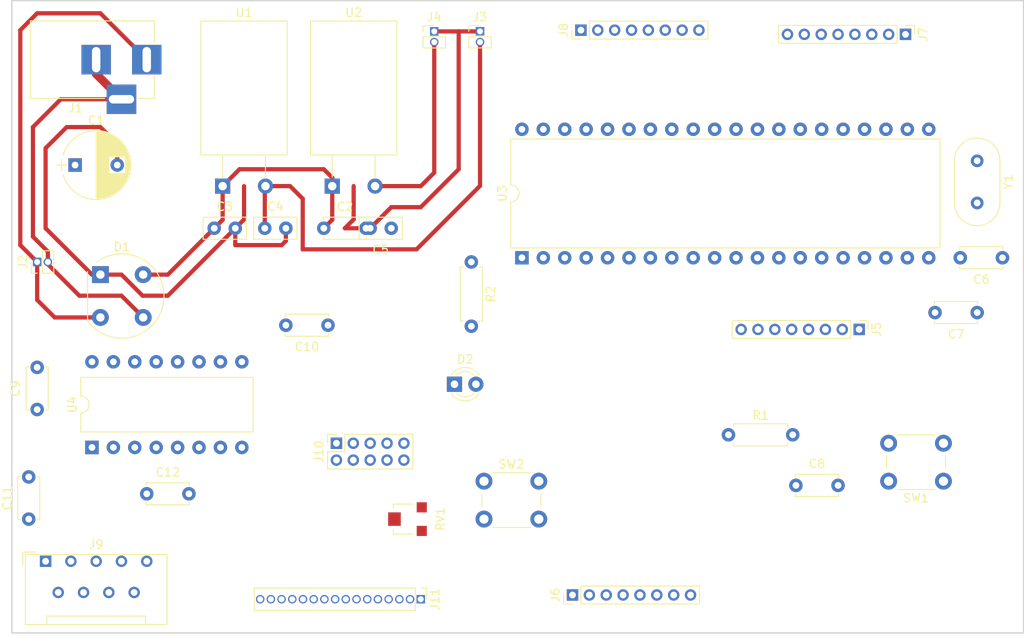
<source format=kicad_pcb>
(kicad_pcb (version 4) (host pcbnew 4.0.7)

  (general
    (links 111)
    (no_connects 96)
    (area 23.5 15.5 145.5 92.5)
    (thickness 1.6)
    (drawings 4)
    (tracks 68)
    (zones 0)
    (modules 35)
    (nets 73)
  )

  (page User 175.006 150.012)
  (layers
    (0 F.Cu signal)
    (31 B.Cu signal)
    (32 B.Adhes user)
    (33 F.Adhes user)
    (34 B.Paste user)
    (35 F.Paste user)
    (36 B.SilkS user)
    (37 F.SilkS user)
    (38 B.Mask user)
    (39 F.Mask user)
    (40 Dwgs.User user)
    (41 Cmts.User user)
    (42 Eco1.User user)
    (43 Eco2.User user)
    (44 Edge.Cuts user)
    (45 Margin user)
    (46 B.CrtYd user)
    (47 F.CrtYd user)
    (48 B.Fab user)
    (49 F.Fab user)
  )

  (setup
    (last_trace_width 0.5)
    (trace_clearance 0.2)
    (zone_clearance 0.508)
    (zone_45_only no)
    (trace_min 0.2)
    (segment_width 0.2)
    (edge_width 0.15)
    (via_size 0.6)
    (via_drill 0.4)
    (via_min_size 0.4)
    (via_min_drill 0.3)
    (uvia_size 0.3)
    (uvia_drill 0.1)
    (uvias_allowed no)
    (uvia_min_size 0.2)
    (uvia_min_drill 0.1)
    (pcb_text_width 0.3)
    (pcb_text_size 1.5 1.5)
    (mod_edge_width 0.15)
    (mod_text_size 1 1)
    (mod_text_width 0.15)
    (pad_size 1.524 1.524)
    (pad_drill 0.762)
    (pad_to_mask_clearance 0.2)
    (aux_axis_origin 184.15 118.11)
    (visible_elements 7FFFFFFF)
    (pcbplotparams
      (layerselection 0x00030_80000001)
      (usegerberextensions false)
      (excludeedgelayer true)
      (linewidth 0.100000)
      (plotframeref false)
      (viasonmask false)
      (mode 1)
      (useauxorigin false)
      (hpglpennumber 1)
      (hpglpenspeed 20)
      (hpglpendiameter 15)
      (hpglpenoverlay 2)
      (psnegative false)
      (psa4output false)
      (plotreference true)
      (plotvalue true)
      (plotinvisibletext false)
      (padsonsilk false)
      (subtractmaskfromsilk false)
      (outputformat 1)
      (mirror false)
      (drillshape 0)
      (scaleselection 1)
      (outputdirectory ""))
  )

  (net 0 "")
  (net 1 "Net-(C1-Pad1)")
  (net 2 GND)
  (net 3 +12V)
  (net 4 +5V)
  (net 5 /P)
  (net 6 /N)
  (net 7 "Net-(U3-Pad29)")
  (net 8 "Net-(U3-Pad30)")
  (net 9 "Net-(C6-Pad1)")
  (net 10 "Net-(C7-Pad1)")
  (net 11 /RST)
  (net 12 "Net-(C9-Pad1)")
  (net 13 "Net-(C9-Pad2)")
  (net 14 "Net-(C10-Pad1)")
  (net 15 "Net-(C11-Pad1)")
  (net 16 "Net-(C11-Pad2)")
  (net 17 "Net-(C12-Pad2)")
  (net 18 "Net-(D2-Pad2)")
  (net 19 "Net-(J5-Pad1)")
  (net 20 "Net-(J5-Pad2)")
  (net 21 "Net-(J5-Pad3)")
  (net 22 "Net-(J5-Pad4)")
  (net 23 "Net-(J5-Pad5)")
  (net 24 "Net-(J5-Pad6)")
  (net 25 /TXD)
  (net 26 /RXD)
  (net 27 /RS)
  (net 28 /E)
  (net 29 "Net-(J6-Pad3)")
  (net 30 "Net-(J6-Pad4)")
  (net 31 /D4)
  (net 32 /D5)
  (net 33 /D6)
  (net 34 /D7)
  (net 35 "Net-(J7-Pad1)")
  (net 36 "Net-(J7-Pad2)")
  (net 37 "Net-(J7-Pad3)")
  (net 38 "Net-(J7-Pad4)")
  (net 39 "Net-(J7-Pad5)")
  (net 40 "Net-(J7-Pad6)")
  (net 41 "Net-(J7-Pad7)")
  (net 42 "Net-(J7-Pad8)")
  (net 43 "Net-(J8-Pad1)")
  (net 44 "Net-(J8-Pad2)")
  (net 45 "Net-(J8-Pad3)")
  (net 46 "Net-(J8-Pad4)")
  (net 47 "Net-(J8-Pad5)")
  (net 48 "Net-(J8-Pad6)")
  (net 49 "Net-(J8-Pad7)")
  (net 50 "Net-(J8-Pad8)")
  (net 51 "Net-(J9-Pad1)")
  (net 52 "Net-(J9-Pad3)")
  (net 53 "Net-(J9-Pad7)")
  (net 54 "Net-(J9-Pad9)")
  (net 55 "Net-(J9-Pad2)")
  (net 56 "Net-(J9-Pad4)")
  (net 57 "Net-(J9-Pad6)")
  (net 58 "Net-(J9-Pad8)")
  (net 59 "Net-(J10-Pad2)")
  (net 60 "Net-(J10-Pad8)")
  (net 61 "Net-(J10-Pad9)")
  (net 62 "Net-(J11-Pad3)")
  (net 63 "Net-(J11-Pad7)")
  (net 64 "Net-(J11-Pad8)")
  (net 65 "Net-(J11-Pad9)")
  (net 66 "Net-(J11-Pad10)")
  (net 67 "Net-(J11-Pad15)")
  (net 68 "Net-(J11-Pad16)")
  (net 69 "Net-(U4-Pad9)")
  (net 70 "Net-(U4-Pad10)")
  (net 71 "Net-(U4-Pad7)")
  (net 72 "Net-(U4-Pad8)")

  (net_class Default "This is the default net class."
    (clearance 0.2)
    (trace_width 0.5)
    (via_dia 0.6)
    (via_drill 0.4)
    (uvia_dia 0.3)
    (uvia_drill 0.1)
    (add_net /D4)
    (add_net /D5)
    (add_net /D6)
    (add_net /D7)
    (add_net /E)
    (add_net /RS)
    (add_net /RST)
    (add_net /RXD)
    (add_net /TXD)
    (add_net "Net-(C1-Pad1)")
    (add_net "Net-(C10-Pad1)")
    (add_net "Net-(C11-Pad1)")
    (add_net "Net-(C11-Pad2)")
    (add_net "Net-(C12-Pad2)")
    (add_net "Net-(C6-Pad1)")
    (add_net "Net-(C7-Pad1)")
    (add_net "Net-(C9-Pad1)")
    (add_net "Net-(C9-Pad2)")
    (add_net "Net-(D2-Pad2)")
    (add_net "Net-(J10-Pad2)")
    (add_net "Net-(J10-Pad8)")
    (add_net "Net-(J10-Pad9)")
    (add_net "Net-(J11-Pad10)")
    (add_net "Net-(J11-Pad15)")
    (add_net "Net-(J11-Pad16)")
    (add_net "Net-(J11-Pad3)")
    (add_net "Net-(J11-Pad7)")
    (add_net "Net-(J11-Pad8)")
    (add_net "Net-(J11-Pad9)")
    (add_net "Net-(J5-Pad1)")
    (add_net "Net-(J5-Pad2)")
    (add_net "Net-(J5-Pad3)")
    (add_net "Net-(J5-Pad4)")
    (add_net "Net-(J5-Pad5)")
    (add_net "Net-(J5-Pad6)")
    (add_net "Net-(J6-Pad3)")
    (add_net "Net-(J6-Pad4)")
    (add_net "Net-(J7-Pad1)")
    (add_net "Net-(J7-Pad2)")
    (add_net "Net-(J7-Pad3)")
    (add_net "Net-(J7-Pad4)")
    (add_net "Net-(J7-Pad5)")
    (add_net "Net-(J7-Pad6)")
    (add_net "Net-(J7-Pad7)")
    (add_net "Net-(J7-Pad8)")
    (add_net "Net-(J8-Pad1)")
    (add_net "Net-(J8-Pad2)")
    (add_net "Net-(J8-Pad3)")
    (add_net "Net-(J8-Pad4)")
    (add_net "Net-(J8-Pad5)")
    (add_net "Net-(J8-Pad6)")
    (add_net "Net-(J8-Pad7)")
    (add_net "Net-(J8-Pad8)")
    (add_net "Net-(J9-Pad1)")
    (add_net "Net-(J9-Pad2)")
    (add_net "Net-(J9-Pad3)")
    (add_net "Net-(J9-Pad4)")
    (add_net "Net-(J9-Pad6)")
    (add_net "Net-(J9-Pad7)")
    (add_net "Net-(J9-Pad8)")
    (add_net "Net-(J9-Pad9)")
    (add_net "Net-(U3-Pad29)")
    (add_net "Net-(U3-Pad30)")
    (add_net "Net-(U4-Pad10)")
    (add_net "Net-(U4-Pad7)")
    (add_net "Net-(U4-Pad8)")
    (add_net "Net-(U4-Pad9)")
  )

  (net_class power ""
    (clearance 0.5)
    (trace_width 0.5)
    (via_dia 0.6)
    (via_drill 0.4)
    (uvia_dia 0.3)
    (uvia_drill 0.1)
    (add_net +12V)
    (add_net +5V)
    (add_net /N)
    (add_net /P)
    (add_net GND)
  )

  (module Connectors:BARREL_JACK (layer F.Cu) (tedit 5861378E) (tstamp 5C12273B)
    (at 41.5 23)
    (descr "DC Barrel Jack")
    (tags "Power Jack")
    (path /5C1212C6)
    (fp_text reference J1 (at -8.45 5.75 180) (layer F.SilkS)
      (effects (font (size 1 1) (thickness 0.15)))
    )
    (fp_text value Jack-DC (at -6.2 -5.5) (layer F.Fab)
      (effects (font (size 1 1) (thickness 0.15)))
    )
    (fp_line (start 1 -4.5) (end 1 -4.75) (layer F.CrtYd) (width 0.05))
    (fp_line (start 1 -4.75) (end -14 -4.75) (layer F.CrtYd) (width 0.05))
    (fp_line (start 1 -4.5) (end 1 -2) (layer F.CrtYd) (width 0.05))
    (fp_line (start 1 -2) (end 2 -2) (layer F.CrtYd) (width 0.05))
    (fp_line (start 2 -2) (end 2 2) (layer F.CrtYd) (width 0.05))
    (fp_line (start 2 2) (end 1 2) (layer F.CrtYd) (width 0.05))
    (fp_line (start 1 2) (end 1 4.75) (layer F.CrtYd) (width 0.05))
    (fp_line (start 1 4.75) (end -1 4.75) (layer F.CrtYd) (width 0.05))
    (fp_line (start -1 4.75) (end -1 6.75) (layer F.CrtYd) (width 0.05))
    (fp_line (start -1 6.75) (end -5 6.75) (layer F.CrtYd) (width 0.05))
    (fp_line (start -5 6.75) (end -5 4.75) (layer F.CrtYd) (width 0.05))
    (fp_line (start -5 4.75) (end -14 4.75) (layer F.CrtYd) (width 0.05))
    (fp_line (start -14 4.75) (end -14 -4.75) (layer F.CrtYd) (width 0.05))
    (fp_line (start -5 4.6) (end -13.8 4.6) (layer F.SilkS) (width 0.12))
    (fp_line (start -13.8 4.6) (end -13.8 -4.6) (layer F.SilkS) (width 0.12))
    (fp_line (start 0.9 1.9) (end 0.9 4.6) (layer F.SilkS) (width 0.12))
    (fp_line (start 0.9 4.6) (end -1 4.6) (layer F.SilkS) (width 0.12))
    (fp_line (start -13.8 -4.6) (end 0.9 -4.6) (layer F.SilkS) (width 0.12))
    (fp_line (start 0.9 -4.6) (end 0.9 -2) (layer F.SilkS) (width 0.12))
    (fp_line (start -10.2 -4.5) (end -10.2 4.5) (layer F.Fab) (width 0.1))
    (fp_line (start -13.7 -4.5) (end -13.7 4.5) (layer F.Fab) (width 0.1))
    (fp_line (start -13.7 4.5) (end 0.8 4.5) (layer F.Fab) (width 0.1))
    (fp_line (start 0.8 4.5) (end 0.8 -4.5) (layer F.Fab) (width 0.1))
    (fp_line (start 0.8 -4.5) (end -13.7 -4.5) (layer F.Fab) (width 0.1))
    (pad 1 thru_hole rect (at 0 0) (size 3.5 3.5) (drill oval 1 3) (layers *.Cu *.Mask)
      (net 5 /P))
    (pad 2 thru_hole rect (at -6 0) (size 3.5 3.5) (drill oval 1 3) (layers *.Cu *.Mask)
      (net 6 /N))
    (pad 3 thru_hole rect (at -3 4.7) (size 3.5 3.5) (drill oval 3 1) (layers *.Cu *.Mask)
      (net 6 /N))
  )

  (module Bridge_W04:Diode_Bridge_Round_D9.8mm (layer F.Cu) (tedit 59213835) (tstamp 5C1738B2)
    (at 36 48.5)
    (descr "4-lead round diode bridge package, diameter 9.8mm, pin pitch 5.08mm, see http://www.vishay.com/docs/88769/woo5g.pdf")
    (tags "diode bridge 9.8mm WOG pitch 5.08mm")
    (path /5C1233E2)
    (fp_text reference D1 (at 2.54 -3.302) (layer F.SilkS)
      (effects (font (size 1 1) (thickness 0.15)))
    )
    (fp_text value D_Bridge_-AA+ (at 2.6035 8.509) (layer F.Fab)
      (effects (font (size 1 1) (thickness 0.15)))
    )
    (fp_text user %R (at 3.81 2.54) (layer F.Fab)
      (effects (font (size 1 1) (thickness 0.15)))
    )
    (fp_line (start -1.524 -0.381) (end -1.524 5.461) (layer F.SilkS) (width 0.12))
    (fp_line (start -1.397 5.461) (end -1.397 -0.381) (layer F.Fab) (width 0.12))
    (fp_line (start -1.65 -2.61) (end 7.7 -2.61) (layer F.CrtYd) (width 0.05))
    (fp_line (start -1.65 -2.61) (end -1.65 7.7) (layer F.CrtYd) (width 0.05))
    (fp_line (start 7.7 7.7) (end 7.7 -2.61) (layer F.CrtYd) (width 0.05))
    (fp_line (start 7.7 7.7) (end -1.65 7.7) (layer F.CrtYd) (width 0.05))
    (fp_arc (start 2.54 2.54) (end -0.381 -1.524) (angle 270) (layer F.SilkS) (width 0.12))
    (fp_arc (start 2.54 2.54) (end -1.4 -0.38) (angle 287) (layer F.Fab) (width 0.12))
    (pad 4 thru_hole oval (at 5.08 0) (size 2 2) (drill 1) (layers *.Cu *.Mask)
      (net 1 "Net-(C1-Pad1)"))
    (pad 2 thru_hole oval (at 0 5.08) (size 2 2) (drill 1) (layers *.Cu *.Mask)
      (net 5 /P))
    (pad 3 thru_hole oval (at 5.08 5.08) (size 2 2) (drill 1) (layers *.Cu *.Mask)
      (net 6 /N))
    (pad 1 thru_hole rect (at 0 0) (size 2 2) (drill 1) (layers *.Cu *.Mask)
      (net 2 GND))
    (model ${KISYS3DMOD}/Diodes_THT.3dshapes/Diode_Bridge_Round_D9.8mm.wrl
      (at (xyz 0 0 0))
      (scale (xyz 1 1 1))
      (rotate (xyz 0 0 0))
    )
  )

  (module Socket_Strips:Socket_Strip_Straight_1x02_Pitch1.27mm (layer F.Cu) (tedit 58CD5453) (tstamp 5C1738B8)
    (at 28.5 47 90)
    (descr "Through hole straight socket strip, 1x02, 1.27mm pitch, single row")
    (tags "Through hole socket strip THT 1x02 1.27mm single row")
    (path /5C12156C)
    (fp_text reference J2 (at 0 -1.695 90) (layer F.SilkS)
      (effects (font (size 1 1) (thickness 0.15)))
    )
    (fp_text value "12V AC" (at 0 2.965 90) (layer F.Fab)
      (effects (font (size 1 1) (thickness 0.15)))
    )
    (fp_line (start -1.27 -0.635) (end -1.27 1.905) (layer F.Fab) (width 0.1))
    (fp_line (start -1.27 1.905) (end 1.27 1.905) (layer F.Fab) (width 0.1))
    (fp_line (start 1.27 1.905) (end 1.27 -0.635) (layer F.Fab) (width 0.1))
    (fp_line (start 1.27 -0.635) (end -1.27 -0.635) (layer F.Fab) (width 0.1))
    (fp_line (start -1.33 0.635) (end -1.33 1.965) (layer F.SilkS) (width 0.12))
    (fp_line (start -1.33 1.965) (end 1.33 1.965) (layer F.SilkS) (width 0.12))
    (fp_line (start 1.33 1.965) (end 1.33 0.635) (layer F.SilkS) (width 0.12))
    (fp_line (start 1.33 0.635) (end -1.33 0.635) (layer F.SilkS) (width 0.12))
    (fp_line (start -1.33 0) (end -1.33 -0.695) (layer F.SilkS) (width 0.12))
    (fp_line (start -1.33 -0.695) (end 0 -0.695) (layer F.SilkS) (width 0.12))
    (fp_line (start -1.8 -1.15) (end -1.8 2.45) (layer F.CrtYd) (width 0.05))
    (fp_line (start -1.8 2.45) (end 1.8 2.45) (layer F.CrtYd) (width 0.05))
    (fp_line (start 1.8 2.45) (end 1.8 -1.15) (layer F.CrtYd) (width 0.05))
    (fp_line (start 1.8 -1.15) (end -1.8 -1.15) (layer F.CrtYd) (width 0.05))
    (fp_text user %R (at 0 -1.695 90) (layer F.Fab)
      (effects (font (size 1 1) (thickness 0.15)))
    )
    (pad 1 thru_hole rect (at 0 0 90) (size 1 1) (drill 0.7) (layers *.Cu *.Mask)
      (net 5 /P))
    (pad 2 thru_hole oval (at 0 1.27 90) (size 1 1) (drill 0.7) (layers *.Cu *.Mask)
      (net 6 /N))
    (model ${KISYS3DMOD}/Socket_Strips.3dshapes/Socket_Strip_Straight_1x02_Pitch1.27mm.wrl
      (at (xyz 0 0 0))
      (scale (xyz 1 1 1))
      (rotate (xyz 0 0 0))
    )
  )

  (module Socket_Strips:Socket_Strip_Straight_1x02_Pitch1.27mm (layer F.Cu) (tedit 58CD5453) (tstamp 5C174193)
    (at 81.03 19.64)
    (descr "Through hole straight socket strip, 1x02, 1.27mm pitch, single row")
    (tags "Through hole socket strip THT 1x02 1.27mm single row")
    (path /5C17448D)
    (fp_text reference J3 (at 0 -1.695) (layer F.SilkS)
      (effects (font (size 1 1) (thickness 0.15)))
    )
    (fp_text value VCC_12V (at 0 2.965) (layer F.Fab)
      (effects (font (size 1 1) (thickness 0.15)))
    )
    (fp_line (start -1.27 -0.635) (end -1.27 1.905) (layer F.Fab) (width 0.1))
    (fp_line (start -1.27 1.905) (end 1.27 1.905) (layer F.Fab) (width 0.1))
    (fp_line (start 1.27 1.905) (end 1.27 -0.635) (layer F.Fab) (width 0.1))
    (fp_line (start 1.27 -0.635) (end -1.27 -0.635) (layer F.Fab) (width 0.1))
    (fp_line (start -1.33 0.635) (end -1.33 1.965) (layer F.SilkS) (width 0.12))
    (fp_line (start -1.33 1.965) (end 1.33 1.965) (layer F.SilkS) (width 0.12))
    (fp_line (start 1.33 1.965) (end 1.33 0.635) (layer F.SilkS) (width 0.12))
    (fp_line (start 1.33 0.635) (end -1.33 0.635) (layer F.SilkS) (width 0.12))
    (fp_line (start -1.33 0) (end -1.33 -0.695) (layer F.SilkS) (width 0.12))
    (fp_line (start -1.33 -0.695) (end 0 -0.695) (layer F.SilkS) (width 0.12))
    (fp_line (start -1.8 -1.15) (end -1.8 2.45) (layer F.CrtYd) (width 0.05))
    (fp_line (start -1.8 2.45) (end 1.8 2.45) (layer F.CrtYd) (width 0.05))
    (fp_line (start 1.8 2.45) (end 1.8 -1.15) (layer F.CrtYd) (width 0.05))
    (fp_line (start 1.8 -1.15) (end -1.8 -1.15) (layer F.CrtYd) (width 0.05))
    (fp_text user %R (at 0 -1.695) (layer F.Fab)
      (effects (font (size 1 1) (thickness 0.15)))
    )
    (pad 1 thru_hole rect (at 0 0) (size 1 1) (drill 0.7) (layers *.Cu *.Mask)
      (net 2 GND))
    (pad 2 thru_hole oval (at 0 1.27) (size 1 1) (drill 0.7) (layers *.Cu *.Mask)
      (net 3 +12V))
    (model ${KISYS3DMOD}/Socket_Strips.3dshapes/Socket_Strip_Straight_1x02_Pitch1.27mm.wrl
      (at (xyz 0 0 0))
      (scale (xyz 1 1 1))
      (rotate (xyz 0 0 0))
    )
  )

  (module Socket_Strips:Socket_Strip_Straight_1x02_Pitch1.27mm (layer F.Cu) (tedit 58CD5453) (tstamp 5C174199)
    (at 75.6 19.65)
    (descr "Through hole straight socket strip, 1x02, 1.27mm pitch, single row")
    (tags "Through hole socket strip THT 1x02 1.27mm single row")
    (path /5C1743DE)
    (fp_text reference J4 (at 0 -1.695) (layer F.SilkS)
      (effects (font (size 1 1) (thickness 0.15)))
    )
    (fp_text value VCC_5V (at 0 2.965) (layer F.Fab)
      (effects (font (size 1 1) (thickness 0.15)))
    )
    (fp_line (start -1.27 -0.635) (end -1.27 1.905) (layer F.Fab) (width 0.1))
    (fp_line (start -1.27 1.905) (end 1.27 1.905) (layer F.Fab) (width 0.1))
    (fp_line (start 1.27 1.905) (end 1.27 -0.635) (layer F.Fab) (width 0.1))
    (fp_line (start 1.27 -0.635) (end -1.27 -0.635) (layer F.Fab) (width 0.1))
    (fp_line (start -1.33 0.635) (end -1.33 1.965) (layer F.SilkS) (width 0.12))
    (fp_line (start -1.33 1.965) (end 1.33 1.965) (layer F.SilkS) (width 0.12))
    (fp_line (start 1.33 1.965) (end 1.33 0.635) (layer F.SilkS) (width 0.12))
    (fp_line (start 1.33 0.635) (end -1.33 0.635) (layer F.SilkS) (width 0.12))
    (fp_line (start -1.33 0) (end -1.33 -0.695) (layer F.SilkS) (width 0.12))
    (fp_line (start -1.33 -0.695) (end 0 -0.695) (layer F.SilkS) (width 0.12))
    (fp_line (start -1.8 -1.15) (end -1.8 2.45) (layer F.CrtYd) (width 0.05))
    (fp_line (start -1.8 2.45) (end 1.8 2.45) (layer F.CrtYd) (width 0.05))
    (fp_line (start 1.8 2.45) (end 1.8 -1.15) (layer F.CrtYd) (width 0.05))
    (fp_line (start 1.8 -1.15) (end -1.8 -1.15) (layer F.CrtYd) (width 0.05))
    (fp_text user %R (at 0 -1.695) (layer F.Fab)
      (effects (font (size 1 1) (thickness 0.15)))
    )
    (pad 1 thru_hole rect (at 0 0) (size 1 1) (drill 0.7) (layers *.Cu *.Mask)
      (net 2 GND))
    (pad 2 thru_hole oval (at 0 1.27) (size 1 1) (drill 0.7) (layers *.Cu *.Mask)
      (net 4 +5V))
    (model ${KISYS3DMOD}/Socket_Strips.3dshapes/Socket_Strip_Straight_1x02_Pitch1.27mm.wrl
      (at (xyz 0 0 0))
      (scale (xyz 1 1 1))
      (rotate (xyz 0 0 0))
    )
  )

  (module Housings_DIP:DIP-40_W15.24mm (layer F.Cu) (tedit 59C78D6C) (tstamp 5C1778A4)
    (at 86 46.5 90)
    (descr "40-lead though-hole mounted DIP package, row spacing 15.24 mm (600 mils)")
    (tags "THT DIP DIL PDIP 2.54mm 15.24mm 600mil")
    (path /5C17FAB0)
    (fp_text reference U3 (at 7.62 -2.33 90) (layer F.SilkS)
      (effects (font (size 1 1) (thickness 0.15)))
    )
    (fp_text value AT89S52 (at 7.62 50.59 90) (layer F.Fab)
      (effects (font (size 1 1) (thickness 0.15)))
    )
    (fp_arc (start 7.62 -1.33) (end 6.62 -1.33) (angle -180) (layer F.SilkS) (width 0.12))
    (fp_line (start 1.255 -1.27) (end 14.985 -1.27) (layer F.Fab) (width 0.1))
    (fp_line (start 14.985 -1.27) (end 14.985 49.53) (layer F.Fab) (width 0.1))
    (fp_line (start 14.985 49.53) (end 0.255 49.53) (layer F.Fab) (width 0.1))
    (fp_line (start 0.255 49.53) (end 0.255 -0.27) (layer F.Fab) (width 0.1))
    (fp_line (start 0.255 -0.27) (end 1.255 -1.27) (layer F.Fab) (width 0.1))
    (fp_line (start 6.62 -1.33) (end 1.16 -1.33) (layer F.SilkS) (width 0.12))
    (fp_line (start 1.16 -1.33) (end 1.16 49.59) (layer F.SilkS) (width 0.12))
    (fp_line (start 1.16 49.59) (end 14.08 49.59) (layer F.SilkS) (width 0.12))
    (fp_line (start 14.08 49.59) (end 14.08 -1.33) (layer F.SilkS) (width 0.12))
    (fp_line (start 14.08 -1.33) (end 8.62 -1.33) (layer F.SilkS) (width 0.12))
    (fp_line (start -1.05 -1.55) (end -1.05 49.8) (layer F.CrtYd) (width 0.05))
    (fp_line (start -1.05 49.8) (end 16.3 49.8) (layer F.CrtYd) (width 0.05))
    (fp_line (start 16.3 49.8) (end 16.3 -1.55) (layer F.CrtYd) (width 0.05))
    (fp_line (start 16.3 -1.55) (end -1.05 -1.55) (layer F.CrtYd) (width 0.05))
    (fp_text user %R (at 7.62 24.13 90) (layer F.Fab)
      (effects (font (size 1 1) (thickness 0.15)))
    )
    (pad 1 thru_hole rect (at 0 0 90) (size 1.6 1.6) (drill 0.8) (layers *.Cu *.Mask)
      (net 27 /RS))
    (pad 21 thru_hole oval (at 15.24 48.26 90) (size 1.6 1.6) (drill 0.8) (layers *.Cu *.Mask)
      (net 35 "Net-(J7-Pad1)"))
    (pad 2 thru_hole oval (at 0 2.54 90) (size 1.6 1.6) (drill 0.8) (layers *.Cu *.Mask)
      (net 28 /E))
    (pad 22 thru_hole oval (at 15.24 45.72 90) (size 1.6 1.6) (drill 0.8) (layers *.Cu *.Mask)
      (net 36 "Net-(J7-Pad2)"))
    (pad 3 thru_hole oval (at 0 5.08 90) (size 1.6 1.6) (drill 0.8) (layers *.Cu *.Mask)
      (net 29 "Net-(J6-Pad3)"))
    (pad 23 thru_hole oval (at 15.24 43.18 90) (size 1.6 1.6) (drill 0.8) (layers *.Cu *.Mask)
      (net 37 "Net-(J7-Pad3)"))
    (pad 4 thru_hole oval (at 0 7.62 90) (size 1.6 1.6) (drill 0.8) (layers *.Cu *.Mask)
      (net 30 "Net-(J6-Pad4)"))
    (pad 24 thru_hole oval (at 15.24 40.64 90) (size 1.6 1.6) (drill 0.8) (layers *.Cu *.Mask)
      (net 38 "Net-(J7-Pad4)"))
    (pad 5 thru_hole oval (at 0 10.16 90) (size 1.6 1.6) (drill 0.8) (layers *.Cu *.Mask)
      (net 31 /D4))
    (pad 25 thru_hole oval (at 15.24 38.1 90) (size 1.6 1.6) (drill 0.8) (layers *.Cu *.Mask)
      (net 39 "Net-(J7-Pad5)"))
    (pad 6 thru_hole oval (at 0 12.7 90) (size 1.6 1.6) (drill 0.8) (layers *.Cu *.Mask)
      (net 32 /D5))
    (pad 26 thru_hole oval (at 15.24 35.56 90) (size 1.6 1.6) (drill 0.8) (layers *.Cu *.Mask)
      (net 40 "Net-(J7-Pad6)"))
    (pad 7 thru_hole oval (at 0 15.24 90) (size 1.6 1.6) (drill 0.8) (layers *.Cu *.Mask)
      (net 33 /D6))
    (pad 27 thru_hole oval (at 15.24 33.02 90) (size 1.6 1.6) (drill 0.8) (layers *.Cu *.Mask)
      (net 41 "Net-(J7-Pad7)"))
    (pad 8 thru_hole oval (at 0 17.78 90) (size 1.6 1.6) (drill 0.8) (layers *.Cu *.Mask)
      (net 34 /D7))
    (pad 28 thru_hole oval (at 15.24 30.48 90) (size 1.6 1.6) (drill 0.8) (layers *.Cu *.Mask)
      (net 42 "Net-(J7-Pad8)"))
    (pad 9 thru_hole oval (at 0 20.32 90) (size 1.6 1.6) (drill 0.8) (layers *.Cu *.Mask)
      (net 11 /RST))
    (pad 29 thru_hole oval (at 15.24 27.94 90) (size 1.6 1.6) (drill 0.8) (layers *.Cu *.Mask)
      (net 7 "Net-(U3-Pad29)"))
    (pad 10 thru_hole oval (at 0 22.86 90) (size 1.6 1.6) (drill 0.8) (layers *.Cu *.Mask)
      (net 26 /RXD))
    (pad 30 thru_hole oval (at 15.24 25.4 90) (size 1.6 1.6) (drill 0.8) (layers *.Cu *.Mask)
      (net 8 "Net-(U3-Pad30)"))
    (pad 11 thru_hole oval (at 0 25.4 90) (size 1.6 1.6) (drill 0.8) (layers *.Cu *.Mask)
      (net 25 /TXD))
    (pad 31 thru_hole oval (at 15.24 22.86 90) (size 1.6 1.6) (drill 0.8) (layers *.Cu *.Mask)
      (net 4 +5V))
    (pad 12 thru_hole oval (at 0 27.94 90) (size 1.6 1.6) (drill 0.8) (layers *.Cu *.Mask)
      (net 24 "Net-(J5-Pad6)"))
    (pad 32 thru_hole oval (at 15.24 20.32 90) (size 1.6 1.6) (drill 0.8) (layers *.Cu *.Mask)
      (net 50 "Net-(J8-Pad8)"))
    (pad 13 thru_hole oval (at 0 30.48 90) (size 1.6 1.6) (drill 0.8) (layers *.Cu *.Mask)
      (net 23 "Net-(J5-Pad5)"))
    (pad 33 thru_hole oval (at 15.24 17.78 90) (size 1.6 1.6) (drill 0.8) (layers *.Cu *.Mask)
      (net 49 "Net-(J8-Pad7)"))
    (pad 14 thru_hole oval (at 0 33.02 90) (size 1.6 1.6) (drill 0.8) (layers *.Cu *.Mask)
      (net 22 "Net-(J5-Pad4)"))
    (pad 34 thru_hole oval (at 15.24 15.24 90) (size 1.6 1.6) (drill 0.8) (layers *.Cu *.Mask)
      (net 48 "Net-(J8-Pad6)"))
    (pad 15 thru_hole oval (at 0 35.56 90) (size 1.6 1.6) (drill 0.8) (layers *.Cu *.Mask)
      (net 21 "Net-(J5-Pad3)"))
    (pad 35 thru_hole oval (at 15.24 12.7 90) (size 1.6 1.6) (drill 0.8) (layers *.Cu *.Mask)
      (net 47 "Net-(J8-Pad5)"))
    (pad 16 thru_hole oval (at 0 38.1 90) (size 1.6 1.6) (drill 0.8) (layers *.Cu *.Mask)
      (net 20 "Net-(J5-Pad2)"))
    (pad 36 thru_hole oval (at 15.24 10.16 90) (size 1.6 1.6) (drill 0.8) (layers *.Cu *.Mask)
      (net 46 "Net-(J8-Pad4)"))
    (pad 17 thru_hole oval (at 0 40.64 90) (size 1.6 1.6) (drill 0.8) (layers *.Cu *.Mask)
      (net 19 "Net-(J5-Pad1)"))
    (pad 37 thru_hole oval (at 15.24 7.62 90) (size 1.6 1.6) (drill 0.8) (layers *.Cu *.Mask)
      (net 45 "Net-(J8-Pad3)"))
    (pad 18 thru_hole oval (at 0 43.18 90) (size 1.6 1.6) (drill 0.8) (layers *.Cu *.Mask)
      (net 9 "Net-(C6-Pad1)"))
    (pad 38 thru_hole oval (at 15.24 5.08 90) (size 1.6 1.6) (drill 0.8) (layers *.Cu *.Mask)
      (net 44 "Net-(J8-Pad2)"))
    (pad 19 thru_hole oval (at 0 45.72 90) (size 1.6 1.6) (drill 0.8) (layers *.Cu *.Mask)
      (net 10 "Net-(C7-Pad1)"))
    (pad 39 thru_hole oval (at 15.24 2.54 90) (size 1.6 1.6) (drill 0.8) (layers *.Cu *.Mask)
      (net 43 "Net-(J8-Pad1)"))
    (pad 20 thru_hole oval (at 0 48.26 90) (size 1.6 1.6) (drill 0.8) (layers *.Cu *.Mask)
      (net 2 GND))
    (pad 40 thru_hole oval (at 15.24 0 90) (size 1.6 1.6) (drill 0.8) (layers *.Cu *.Mask)
      (net 4 +5V))
    (model ${KISYS3DMOD}/Housings_DIP.3dshapes/DIP-40_W15.24mm.wrl
      (at (xyz 0 0 0))
      (scale (xyz 1 1 1))
      (rotate (xyz 0 0 0))
    )
  )

  (module Capacitors_THT:C_Disc_D5.0mm_W2.5mm_P5.00mm (layer F.Cu) (tedit 597BC7C2) (tstamp 5C189D19)
    (at 143 46.5 180)
    (descr "C, Disc series, Radial, pin pitch=5.00mm, , diameter*width=5*2.5mm^2, Capacitor, http://cdn-reichelt.de/documents/datenblatt/B300/DS_KERKO_TC.pdf")
    (tags "C Disc series Radial pin pitch 5.00mm  diameter 5mm width 2.5mm Capacitor")
    (path /5C1787F5)
    (fp_text reference C6 (at 2.5 -2.56 180) (layer F.SilkS)
      (effects (font (size 1 1) (thickness 0.15)))
    )
    (fp_text value C (at 2.5 2.56 180) (layer F.Fab)
      (effects (font (size 1 1) (thickness 0.15)))
    )
    (fp_line (start 0 -1.25) (end 0 1.25) (layer F.Fab) (width 0.1))
    (fp_line (start 0 1.25) (end 5 1.25) (layer F.Fab) (width 0.1))
    (fp_line (start 5 1.25) (end 5 -1.25) (layer F.Fab) (width 0.1))
    (fp_line (start 5 -1.25) (end 0 -1.25) (layer F.Fab) (width 0.1))
    (fp_line (start -0.06 -1.31) (end 5.06 -1.31) (layer F.SilkS) (width 0.12))
    (fp_line (start -0.06 1.31) (end 5.06 1.31) (layer F.SilkS) (width 0.12))
    (fp_line (start -0.06 -1.31) (end -0.06 -0.996) (layer F.SilkS) (width 0.12))
    (fp_line (start -0.06 0.996) (end -0.06 1.31) (layer F.SilkS) (width 0.12))
    (fp_line (start 5.06 -1.31) (end 5.06 -0.996) (layer F.SilkS) (width 0.12))
    (fp_line (start 5.06 0.996) (end 5.06 1.31) (layer F.SilkS) (width 0.12))
    (fp_line (start -1.05 -1.6) (end -1.05 1.6) (layer F.CrtYd) (width 0.05))
    (fp_line (start -1.05 1.6) (end 6.05 1.6) (layer F.CrtYd) (width 0.05))
    (fp_line (start 6.05 1.6) (end 6.05 -1.6) (layer F.CrtYd) (width 0.05))
    (fp_line (start 6.05 -1.6) (end -1.05 -1.6) (layer F.CrtYd) (width 0.05))
    (fp_text user %R (at 2.5 0 180) (layer F.Fab)
      (effects (font (size 1 1) (thickness 0.15)))
    )
    (pad 1 thru_hole circle (at 0 0 180) (size 1.6 1.6) (drill 0.8) (layers *.Cu *.Mask)
      (net 9 "Net-(C6-Pad1)"))
    (pad 2 thru_hole circle (at 5 0 180) (size 1.6 1.6) (drill 0.8) (layers *.Cu *.Mask)
      (net 2 GND))
    (model ${KISYS3DMOD}/Capacitors_THT.3dshapes/C_Disc_D5.0mm_W2.5mm_P5.00mm.wrl
      (at (xyz 0 0 0))
      (scale (xyz 1 1 1))
      (rotate (xyz 0 0 0))
    )
  )

  (module Capacitors_THT:C_Disc_D5.0mm_W2.5mm_P5.00mm (layer F.Cu) (tedit 597BC7C2) (tstamp 5C189D1F)
    (at 140 53 180)
    (descr "C, Disc series, Radial, pin pitch=5.00mm, , diameter*width=5*2.5mm^2, Capacitor, http://cdn-reichelt.de/documents/datenblatt/B300/DS_KERKO_TC.pdf")
    (tags "C Disc series Radial pin pitch 5.00mm  diameter 5mm width 2.5mm Capacitor")
    (path /5C17890E)
    (fp_text reference C7 (at 2.5 -2.56 180) (layer F.SilkS)
      (effects (font (size 1 1) (thickness 0.15)))
    )
    (fp_text value C (at 2.5 2.56 180) (layer F.Fab)
      (effects (font (size 1 1) (thickness 0.15)))
    )
    (fp_line (start 0 -1.25) (end 0 1.25) (layer F.Fab) (width 0.1))
    (fp_line (start 0 1.25) (end 5 1.25) (layer F.Fab) (width 0.1))
    (fp_line (start 5 1.25) (end 5 -1.25) (layer F.Fab) (width 0.1))
    (fp_line (start 5 -1.25) (end 0 -1.25) (layer F.Fab) (width 0.1))
    (fp_line (start -0.06 -1.31) (end 5.06 -1.31) (layer F.SilkS) (width 0.12))
    (fp_line (start -0.06 1.31) (end 5.06 1.31) (layer F.SilkS) (width 0.12))
    (fp_line (start -0.06 -1.31) (end -0.06 -0.996) (layer F.SilkS) (width 0.12))
    (fp_line (start -0.06 0.996) (end -0.06 1.31) (layer F.SilkS) (width 0.12))
    (fp_line (start 5.06 -1.31) (end 5.06 -0.996) (layer F.SilkS) (width 0.12))
    (fp_line (start 5.06 0.996) (end 5.06 1.31) (layer F.SilkS) (width 0.12))
    (fp_line (start -1.05 -1.6) (end -1.05 1.6) (layer F.CrtYd) (width 0.05))
    (fp_line (start -1.05 1.6) (end 6.05 1.6) (layer F.CrtYd) (width 0.05))
    (fp_line (start 6.05 1.6) (end 6.05 -1.6) (layer F.CrtYd) (width 0.05))
    (fp_line (start 6.05 -1.6) (end -1.05 -1.6) (layer F.CrtYd) (width 0.05))
    (fp_text user %R (at 2.5 0 180) (layer F.Fab)
      (effects (font (size 1 1) (thickness 0.15)))
    )
    (pad 1 thru_hole circle (at 0 0 180) (size 1.6 1.6) (drill 0.8) (layers *.Cu *.Mask)
      (net 10 "Net-(C7-Pad1)"))
    (pad 2 thru_hole circle (at 5 0 180) (size 1.6 1.6) (drill 0.8) (layers *.Cu *.Mask)
      (net 2 GND))
    (model ${KISYS3DMOD}/Capacitors_THT.3dshapes/C_Disc_D5.0mm_W2.5mm_P5.00mm.wrl
      (at (xyz 0 0 0))
      (scale (xyz 1 1 1))
      (rotate (xyz 0 0 0))
    )
  )

  (module Capacitors_THT:C_Disc_D5.0mm_W2.5mm_P5.00mm (layer F.Cu) (tedit 597BC7C2) (tstamp 5C189D25)
    (at 118.5 73.5)
    (descr "C, Disc series, Radial, pin pitch=5.00mm, , diameter*width=5*2.5mm^2, Capacitor, http://cdn-reichelt.de/documents/datenblatt/B300/DS_KERKO_TC.pdf")
    (tags "C Disc series Radial pin pitch 5.00mm  diameter 5mm width 2.5mm Capacitor")
    (path /5C17897E)
    (fp_text reference C8 (at 2.5 -2.56) (layer F.SilkS)
      (effects (font (size 1 1) (thickness 0.15)))
    )
    (fp_text value C (at 2.5 2.56) (layer F.Fab)
      (effects (font (size 1 1) (thickness 0.15)))
    )
    (fp_line (start 0 -1.25) (end 0 1.25) (layer F.Fab) (width 0.1))
    (fp_line (start 0 1.25) (end 5 1.25) (layer F.Fab) (width 0.1))
    (fp_line (start 5 1.25) (end 5 -1.25) (layer F.Fab) (width 0.1))
    (fp_line (start 5 -1.25) (end 0 -1.25) (layer F.Fab) (width 0.1))
    (fp_line (start -0.06 -1.31) (end 5.06 -1.31) (layer F.SilkS) (width 0.12))
    (fp_line (start -0.06 1.31) (end 5.06 1.31) (layer F.SilkS) (width 0.12))
    (fp_line (start -0.06 -1.31) (end -0.06 -0.996) (layer F.SilkS) (width 0.12))
    (fp_line (start -0.06 0.996) (end -0.06 1.31) (layer F.SilkS) (width 0.12))
    (fp_line (start 5.06 -1.31) (end 5.06 -0.996) (layer F.SilkS) (width 0.12))
    (fp_line (start 5.06 0.996) (end 5.06 1.31) (layer F.SilkS) (width 0.12))
    (fp_line (start -1.05 -1.6) (end -1.05 1.6) (layer F.CrtYd) (width 0.05))
    (fp_line (start -1.05 1.6) (end 6.05 1.6) (layer F.CrtYd) (width 0.05))
    (fp_line (start 6.05 1.6) (end 6.05 -1.6) (layer F.CrtYd) (width 0.05))
    (fp_line (start 6.05 -1.6) (end -1.05 -1.6) (layer F.CrtYd) (width 0.05))
    (fp_text user %R (at 2.5 0) (layer F.Fab)
      (effects (font (size 1 1) (thickness 0.15)))
    )
    (pad 1 thru_hole circle (at 0 0) (size 1.6 1.6) (drill 0.8) (layers *.Cu *.Mask)
      (net 11 /RST))
    (pad 2 thru_hole circle (at 5 0) (size 1.6 1.6) (drill 0.8) (layers *.Cu *.Mask)
      (net 2 GND))
    (model ${KISYS3DMOD}/Capacitors_THT.3dshapes/C_Disc_D5.0mm_W2.5mm_P5.00mm.wrl
      (at (xyz 0 0 0))
      (scale (xyz 1 1 1))
      (rotate (xyz 0 0 0))
    )
  )

  (module Capacitors_THT:C_Disc_D5.0mm_W2.5mm_P5.00mm (layer F.Cu) (tedit 597BC7C2) (tstamp 5C189D2B)
    (at 28.5 64.5 90)
    (descr "C, Disc series, Radial, pin pitch=5.00mm, , diameter*width=5*2.5mm^2, Capacitor, http://cdn-reichelt.de/documents/datenblatt/B300/DS_KERKO_TC.pdf")
    (tags "C Disc series Radial pin pitch 5.00mm  diameter 5mm width 2.5mm Capacitor")
    (path /5C17CA5E)
    (fp_text reference C9 (at 2.5 -2.56 90) (layer F.SilkS)
      (effects (font (size 1 1) (thickness 0.15)))
    )
    (fp_text value CP (at 2.5 2.56 90) (layer F.Fab)
      (effects (font (size 1 1) (thickness 0.15)))
    )
    (fp_line (start 0 -1.25) (end 0 1.25) (layer F.Fab) (width 0.1))
    (fp_line (start 0 1.25) (end 5 1.25) (layer F.Fab) (width 0.1))
    (fp_line (start 5 1.25) (end 5 -1.25) (layer F.Fab) (width 0.1))
    (fp_line (start 5 -1.25) (end 0 -1.25) (layer F.Fab) (width 0.1))
    (fp_line (start -0.06 -1.31) (end 5.06 -1.31) (layer F.SilkS) (width 0.12))
    (fp_line (start -0.06 1.31) (end 5.06 1.31) (layer F.SilkS) (width 0.12))
    (fp_line (start -0.06 -1.31) (end -0.06 -0.996) (layer F.SilkS) (width 0.12))
    (fp_line (start -0.06 0.996) (end -0.06 1.31) (layer F.SilkS) (width 0.12))
    (fp_line (start 5.06 -1.31) (end 5.06 -0.996) (layer F.SilkS) (width 0.12))
    (fp_line (start 5.06 0.996) (end 5.06 1.31) (layer F.SilkS) (width 0.12))
    (fp_line (start -1.05 -1.6) (end -1.05 1.6) (layer F.CrtYd) (width 0.05))
    (fp_line (start -1.05 1.6) (end 6.05 1.6) (layer F.CrtYd) (width 0.05))
    (fp_line (start 6.05 1.6) (end 6.05 -1.6) (layer F.CrtYd) (width 0.05))
    (fp_line (start 6.05 -1.6) (end -1.05 -1.6) (layer F.CrtYd) (width 0.05))
    (fp_text user %R (at 2.5 0 90) (layer F.Fab)
      (effects (font (size 1 1) (thickness 0.15)))
    )
    (pad 1 thru_hole circle (at 0 0 90) (size 1.6 1.6) (drill 0.8) (layers *.Cu *.Mask)
      (net 12 "Net-(C9-Pad1)"))
    (pad 2 thru_hole circle (at 5 0 90) (size 1.6 1.6) (drill 0.8) (layers *.Cu *.Mask)
      (net 13 "Net-(C9-Pad2)"))
    (model ${KISYS3DMOD}/Capacitors_THT.3dshapes/C_Disc_D5.0mm_W2.5mm_P5.00mm.wrl
      (at (xyz 0 0 0))
      (scale (xyz 1 1 1))
      (rotate (xyz 0 0 0))
    )
  )

  (module Capacitors_THT:C_Disc_D5.0mm_W2.5mm_P5.00mm (layer F.Cu) (tedit 597BC7C2) (tstamp 5C189D31)
    (at 63 54.5 180)
    (descr "C, Disc series, Radial, pin pitch=5.00mm, , diameter*width=5*2.5mm^2, Capacitor, http://cdn-reichelt.de/documents/datenblatt/B300/DS_KERKO_TC.pdf")
    (tags "C Disc series Radial pin pitch 5.00mm  diameter 5mm width 2.5mm Capacitor")
    (path /5C17C4D9)
    (fp_text reference C10 (at 2.5 -2.56 180) (layer F.SilkS)
      (effects (font (size 1 1) (thickness 0.15)))
    )
    (fp_text value CP (at 2.5 2.56 180) (layer F.Fab)
      (effects (font (size 1 1) (thickness 0.15)))
    )
    (fp_line (start 0 -1.25) (end 0 1.25) (layer F.Fab) (width 0.1))
    (fp_line (start 0 1.25) (end 5 1.25) (layer F.Fab) (width 0.1))
    (fp_line (start 5 1.25) (end 5 -1.25) (layer F.Fab) (width 0.1))
    (fp_line (start 5 -1.25) (end 0 -1.25) (layer F.Fab) (width 0.1))
    (fp_line (start -0.06 -1.31) (end 5.06 -1.31) (layer F.SilkS) (width 0.12))
    (fp_line (start -0.06 1.31) (end 5.06 1.31) (layer F.SilkS) (width 0.12))
    (fp_line (start -0.06 -1.31) (end -0.06 -0.996) (layer F.SilkS) (width 0.12))
    (fp_line (start -0.06 0.996) (end -0.06 1.31) (layer F.SilkS) (width 0.12))
    (fp_line (start 5.06 -1.31) (end 5.06 -0.996) (layer F.SilkS) (width 0.12))
    (fp_line (start 5.06 0.996) (end 5.06 1.31) (layer F.SilkS) (width 0.12))
    (fp_line (start -1.05 -1.6) (end -1.05 1.6) (layer F.CrtYd) (width 0.05))
    (fp_line (start -1.05 1.6) (end 6.05 1.6) (layer F.CrtYd) (width 0.05))
    (fp_line (start 6.05 1.6) (end 6.05 -1.6) (layer F.CrtYd) (width 0.05))
    (fp_line (start 6.05 -1.6) (end -1.05 -1.6) (layer F.CrtYd) (width 0.05))
    (fp_text user %R (at 2.5 0 180) (layer F.Fab)
      (effects (font (size 1 1) (thickness 0.15)))
    )
    (pad 1 thru_hole circle (at 0 0 180) (size 1.6 1.6) (drill 0.8) (layers *.Cu *.Mask)
      (net 14 "Net-(C10-Pad1)"))
    (pad 2 thru_hole circle (at 5 0 180) (size 1.6 1.6) (drill 0.8) (layers *.Cu *.Mask)
      (net 4 +5V))
    (model ${KISYS3DMOD}/Capacitors_THT.3dshapes/C_Disc_D5.0mm_W2.5mm_P5.00mm.wrl
      (at (xyz 0 0 0))
      (scale (xyz 1 1 1))
      (rotate (xyz 0 0 0))
    )
  )

  (module Capacitors_THT:C_Disc_D5.0mm_W2.5mm_P5.00mm (layer F.Cu) (tedit 597BC7C2) (tstamp 5C189D37)
    (at 27.5 77.5 90)
    (descr "C, Disc series, Radial, pin pitch=5.00mm, , diameter*width=5*2.5mm^2, Capacitor, http://cdn-reichelt.de/documents/datenblatt/B300/DS_KERKO_TC.pdf")
    (tags "C Disc series Radial pin pitch 5.00mm  diameter 5mm width 2.5mm Capacitor")
    (path /5C17C610)
    (fp_text reference C11 (at 2.5 -2.56 90) (layer F.SilkS)
      (effects (font (size 1 1) (thickness 0.15)))
    )
    (fp_text value CP (at 2.5 2.56 90) (layer F.Fab)
      (effects (font (size 1 1) (thickness 0.15)))
    )
    (fp_line (start 0 -1.25) (end 0 1.25) (layer F.Fab) (width 0.1))
    (fp_line (start 0 1.25) (end 5 1.25) (layer F.Fab) (width 0.1))
    (fp_line (start 5 1.25) (end 5 -1.25) (layer F.Fab) (width 0.1))
    (fp_line (start 5 -1.25) (end 0 -1.25) (layer F.Fab) (width 0.1))
    (fp_line (start -0.06 -1.31) (end 5.06 -1.31) (layer F.SilkS) (width 0.12))
    (fp_line (start -0.06 1.31) (end 5.06 1.31) (layer F.SilkS) (width 0.12))
    (fp_line (start -0.06 -1.31) (end -0.06 -0.996) (layer F.SilkS) (width 0.12))
    (fp_line (start -0.06 0.996) (end -0.06 1.31) (layer F.SilkS) (width 0.12))
    (fp_line (start 5.06 -1.31) (end 5.06 -0.996) (layer F.SilkS) (width 0.12))
    (fp_line (start 5.06 0.996) (end 5.06 1.31) (layer F.SilkS) (width 0.12))
    (fp_line (start -1.05 -1.6) (end -1.05 1.6) (layer F.CrtYd) (width 0.05))
    (fp_line (start -1.05 1.6) (end 6.05 1.6) (layer F.CrtYd) (width 0.05))
    (fp_line (start 6.05 1.6) (end 6.05 -1.6) (layer F.CrtYd) (width 0.05))
    (fp_line (start 6.05 -1.6) (end -1.05 -1.6) (layer F.CrtYd) (width 0.05))
    (fp_text user %R (at 2.5 0 90) (layer F.Fab)
      (effects (font (size 1 1) (thickness 0.15)))
    )
    (pad 1 thru_hole circle (at 0 0 90) (size 1.6 1.6) (drill 0.8) (layers *.Cu *.Mask)
      (net 15 "Net-(C11-Pad1)"))
    (pad 2 thru_hole circle (at 5 0 90) (size 1.6 1.6) (drill 0.8) (layers *.Cu *.Mask)
      (net 16 "Net-(C11-Pad2)"))
    (model ${KISYS3DMOD}/Capacitors_THT.3dshapes/C_Disc_D5.0mm_W2.5mm_P5.00mm.wrl
      (at (xyz 0 0 0))
      (scale (xyz 1 1 1))
      (rotate (xyz 0 0 0))
    )
  )

  (module Capacitors_THT:C_Disc_D5.0mm_W2.5mm_P5.00mm (layer F.Cu) (tedit 597BC7C2) (tstamp 5C189D3D)
    (at 41.5 74.5)
    (descr "C, Disc series, Radial, pin pitch=5.00mm, , diameter*width=5*2.5mm^2, Capacitor, http://cdn-reichelt.de/documents/datenblatt/B300/DS_KERKO_TC.pdf")
    (tags "C Disc series Radial pin pitch 5.00mm  diameter 5mm width 2.5mm Capacitor")
    (path /5C17D03E)
    (fp_text reference C12 (at 2.5 -2.56) (layer F.SilkS)
      (effects (font (size 1 1) (thickness 0.15)))
    )
    (fp_text value CP (at 2.5 2.56) (layer F.Fab)
      (effects (font (size 1 1) (thickness 0.15)))
    )
    (fp_line (start 0 -1.25) (end 0 1.25) (layer F.Fab) (width 0.1))
    (fp_line (start 0 1.25) (end 5 1.25) (layer F.Fab) (width 0.1))
    (fp_line (start 5 1.25) (end 5 -1.25) (layer F.Fab) (width 0.1))
    (fp_line (start 5 -1.25) (end 0 -1.25) (layer F.Fab) (width 0.1))
    (fp_line (start -0.06 -1.31) (end 5.06 -1.31) (layer F.SilkS) (width 0.12))
    (fp_line (start -0.06 1.31) (end 5.06 1.31) (layer F.SilkS) (width 0.12))
    (fp_line (start -0.06 -1.31) (end -0.06 -0.996) (layer F.SilkS) (width 0.12))
    (fp_line (start -0.06 0.996) (end -0.06 1.31) (layer F.SilkS) (width 0.12))
    (fp_line (start 5.06 -1.31) (end 5.06 -0.996) (layer F.SilkS) (width 0.12))
    (fp_line (start 5.06 0.996) (end 5.06 1.31) (layer F.SilkS) (width 0.12))
    (fp_line (start -1.05 -1.6) (end -1.05 1.6) (layer F.CrtYd) (width 0.05))
    (fp_line (start -1.05 1.6) (end 6.05 1.6) (layer F.CrtYd) (width 0.05))
    (fp_line (start 6.05 1.6) (end 6.05 -1.6) (layer F.CrtYd) (width 0.05))
    (fp_line (start 6.05 -1.6) (end -1.05 -1.6) (layer F.CrtYd) (width 0.05))
    (fp_text user %R (at 2.5 0) (layer F.Fab)
      (effects (font (size 1 1) (thickness 0.15)))
    )
    (pad 1 thru_hole circle (at 0 0) (size 1.6 1.6) (drill 0.8) (layers *.Cu *.Mask)
      (net 2 GND))
    (pad 2 thru_hole circle (at 5 0) (size 1.6 1.6) (drill 0.8) (layers *.Cu *.Mask)
      (net 17 "Net-(C12-Pad2)"))
    (model ${KISYS3DMOD}/Capacitors_THT.3dshapes/C_Disc_D5.0mm_W2.5mm_P5.00mm.wrl
      (at (xyz 0 0 0))
      (scale (xyz 1 1 1))
      (rotate (xyz 0 0 0))
    )
  )

  (module LEDs:LED_D3.0mm (layer F.Cu) (tedit 587A3A7B) (tstamp 5C189D43)
    (at 78 61.5)
    (descr "LED, diameter 3.0mm, 2 pins")
    (tags "LED diameter 3.0mm 2 pins")
    (path /5C1801E4)
    (fp_text reference D2 (at 1.27 -2.96) (layer F.SilkS)
      (effects (font (size 1 1) (thickness 0.15)))
    )
    (fp_text value LED (at 1.27 2.96) (layer F.Fab)
      (effects (font (size 1 1) (thickness 0.15)))
    )
    (fp_arc (start 1.27 0) (end -0.23 -1.16619) (angle 284.3) (layer F.Fab) (width 0.1))
    (fp_arc (start 1.27 0) (end -0.29 -1.235516) (angle 108.8) (layer F.SilkS) (width 0.12))
    (fp_arc (start 1.27 0) (end -0.29 1.235516) (angle -108.8) (layer F.SilkS) (width 0.12))
    (fp_arc (start 1.27 0) (end 0.229039 -1.08) (angle 87.9) (layer F.SilkS) (width 0.12))
    (fp_arc (start 1.27 0) (end 0.229039 1.08) (angle -87.9) (layer F.SilkS) (width 0.12))
    (fp_circle (center 1.27 0) (end 2.77 0) (layer F.Fab) (width 0.1))
    (fp_line (start -0.23 -1.16619) (end -0.23 1.16619) (layer F.Fab) (width 0.1))
    (fp_line (start -0.29 -1.236) (end -0.29 -1.08) (layer F.SilkS) (width 0.12))
    (fp_line (start -0.29 1.08) (end -0.29 1.236) (layer F.SilkS) (width 0.12))
    (fp_line (start -1.15 -2.25) (end -1.15 2.25) (layer F.CrtYd) (width 0.05))
    (fp_line (start -1.15 2.25) (end 3.7 2.25) (layer F.CrtYd) (width 0.05))
    (fp_line (start 3.7 2.25) (end 3.7 -2.25) (layer F.CrtYd) (width 0.05))
    (fp_line (start 3.7 -2.25) (end -1.15 -2.25) (layer F.CrtYd) (width 0.05))
    (pad 1 thru_hole rect (at 0 0) (size 1.8 1.8) (drill 0.9) (layers *.Cu *.Mask)
      (net 2 GND))
    (pad 2 thru_hole circle (at 2.54 0) (size 1.8 1.8) (drill 0.9) (layers *.Cu *.Mask)
      (net 18 "Net-(D2-Pad2)"))
    (model ${KISYS3DMOD}/LEDs.3dshapes/LED_D3.0mm.wrl
      (at (xyz 0 0 0))
      (scale (xyz 0.393701 0.393701 0.393701))
      (rotate (xyz 0 0 0))
    )
  )

  (module Socket_Strips:Socket_Strip_Straight_1x08_Pitch2.00mm (layer F.Cu) (tedit 58CD544D) (tstamp 5C189D4F)
    (at 126 55 270)
    (descr "Through hole straight socket strip, 1x08, 2.00mm pitch, single row")
    (tags "Through hole socket strip THT 1x08 2.00mm single row")
    (path /5C181035)
    (fp_text reference J5 (at 0 -2.06 270) (layer F.SilkS)
      (effects (font (size 1 1) (thickness 0.15)))
    )
    (fp_text value "Port 3" (at 0 16.06 270) (layer F.Fab)
      (effects (font (size 1 1) (thickness 0.15)))
    )
    (fp_line (start -1 -1) (end -1 15) (layer F.Fab) (width 0.1))
    (fp_line (start -1 15) (end 1 15) (layer F.Fab) (width 0.1))
    (fp_line (start 1 15) (end 1 -1) (layer F.Fab) (width 0.1))
    (fp_line (start 1 -1) (end -1 -1) (layer F.Fab) (width 0.1))
    (fp_line (start -1.06 1) (end -1.06 15.06) (layer F.SilkS) (width 0.12))
    (fp_line (start -1.06 15.06) (end 1.06 15.06) (layer F.SilkS) (width 0.12))
    (fp_line (start 1.06 15.06) (end 1.06 1) (layer F.SilkS) (width 0.12))
    (fp_line (start 1.06 1) (end -1.06 1) (layer F.SilkS) (width 0.12))
    (fp_line (start -1.06 0) (end -1.06 -1.06) (layer F.SilkS) (width 0.12))
    (fp_line (start -1.06 -1.06) (end 0 -1.06) (layer F.SilkS) (width 0.12))
    (fp_line (start -1.5 -1.5) (end -1.5 15.5) (layer F.CrtYd) (width 0.05))
    (fp_line (start -1.5 15.5) (end 1.5 15.5) (layer F.CrtYd) (width 0.05))
    (fp_line (start 1.5 15.5) (end 1.5 -1.5) (layer F.CrtYd) (width 0.05))
    (fp_line (start 1.5 -1.5) (end -1.5 -1.5) (layer F.CrtYd) (width 0.05))
    (fp_text user %R (at 0 -2.06 270) (layer F.Fab)
      (effects (font (size 1 1) (thickness 0.15)))
    )
    (pad 1 thru_hole rect (at 0 0 270) (size 1.35 1.35) (drill 0.8) (layers *.Cu *.Mask)
      (net 19 "Net-(J5-Pad1)"))
    (pad 2 thru_hole oval (at 0 2 270) (size 1.35 1.35) (drill 0.8) (layers *.Cu *.Mask)
      (net 20 "Net-(J5-Pad2)"))
    (pad 3 thru_hole oval (at 0 4 270) (size 1.35 1.35) (drill 0.8) (layers *.Cu *.Mask)
      (net 21 "Net-(J5-Pad3)"))
    (pad 4 thru_hole oval (at 0 6 270) (size 1.35 1.35) (drill 0.8) (layers *.Cu *.Mask)
      (net 22 "Net-(J5-Pad4)"))
    (pad 5 thru_hole oval (at 0 8 270) (size 1.35 1.35) (drill 0.8) (layers *.Cu *.Mask)
      (net 23 "Net-(J5-Pad5)"))
    (pad 6 thru_hole oval (at 0 10 270) (size 1.35 1.35) (drill 0.8) (layers *.Cu *.Mask)
      (net 24 "Net-(J5-Pad6)"))
    (pad 7 thru_hole oval (at 0 12 270) (size 1.35 1.35) (drill 0.8) (layers *.Cu *.Mask)
      (net 25 /TXD))
    (pad 8 thru_hole oval (at 0 14 270) (size 1.35 1.35) (drill 0.8) (layers *.Cu *.Mask)
      (net 26 /RXD))
    (model ${KISYS3DMOD}/Socket_Strips.3dshapes/Socket_Strip_Straight_1x08_Pitch2.00mm.wrl
      (at (xyz 0 0 0))
      (scale (xyz 1 1 1))
      (rotate (xyz 0 0 0))
    )
  )

  (module Socket_Strips:Socket_Strip_Straight_1x08_Pitch2.00mm (layer F.Cu) (tedit 58CD544D) (tstamp 5C189D5B)
    (at 92 86.5 90)
    (descr "Through hole straight socket strip, 1x08, 2.00mm pitch, single row")
    (tags "Through hole socket strip THT 1x08 2.00mm single row")
    (path /5C18EBE1)
    (fp_text reference J6 (at 0 -2.06 90) (layer F.SilkS)
      (effects (font (size 1 1) (thickness 0.15)))
    )
    (fp_text value "Port 1" (at 0 16.06 90) (layer F.Fab)
      (effects (font (size 1 1) (thickness 0.15)))
    )
    (fp_line (start -1 -1) (end -1 15) (layer F.Fab) (width 0.1))
    (fp_line (start -1 15) (end 1 15) (layer F.Fab) (width 0.1))
    (fp_line (start 1 15) (end 1 -1) (layer F.Fab) (width 0.1))
    (fp_line (start 1 -1) (end -1 -1) (layer F.Fab) (width 0.1))
    (fp_line (start -1.06 1) (end -1.06 15.06) (layer F.SilkS) (width 0.12))
    (fp_line (start -1.06 15.06) (end 1.06 15.06) (layer F.SilkS) (width 0.12))
    (fp_line (start 1.06 15.06) (end 1.06 1) (layer F.SilkS) (width 0.12))
    (fp_line (start 1.06 1) (end -1.06 1) (layer F.SilkS) (width 0.12))
    (fp_line (start -1.06 0) (end -1.06 -1.06) (layer F.SilkS) (width 0.12))
    (fp_line (start -1.06 -1.06) (end 0 -1.06) (layer F.SilkS) (width 0.12))
    (fp_line (start -1.5 -1.5) (end -1.5 15.5) (layer F.CrtYd) (width 0.05))
    (fp_line (start -1.5 15.5) (end 1.5 15.5) (layer F.CrtYd) (width 0.05))
    (fp_line (start 1.5 15.5) (end 1.5 -1.5) (layer F.CrtYd) (width 0.05))
    (fp_line (start 1.5 -1.5) (end -1.5 -1.5) (layer F.CrtYd) (width 0.05))
    (fp_text user %R (at 0 -2.06 90) (layer F.Fab)
      (effects (font (size 1 1) (thickness 0.15)))
    )
    (pad 1 thru_hole rect (at 0 0 90) (size 1.35 1.35) (drill 0.8) (layers *.Cu *.Mask)
      (net 27 /RS))
    (pad 2 thru_hole oval (at 0 2 90) (size 1.35 1.35) (drill 0.8) (layers *.Cu *.Mask)
      (net 28 /E))
    (pad 3 thru_hole oval (at 0 4 90) (size 1.35 1.35) (drill 0.8) (layers *.Cu *.Mask)
      (net 29 "Net-(J6-Pad3)"))
    (pad 4 thru_hole oval (at 0 6 90) (size 1.35 1.35) (drill 0.8) (layers *.Cu *.Mask)
      (net 30 "Net-(J6-Pad4)"))
    (pad 5 thru_hole oval (at 0 8 90) (size 1.35 1.35) (drill 0.8) (layers *.Cu *.Mask)
      (net 31 /D4))
    (pad 6 thru_hole oval (at 0 10 90) (size 1.35 1.35) (drill 0.8) (layers *.Cu *.Mask)
      (net 32 /D5))
    (pad 7 thru_hole oval (at 0 12 90) (size 1.35 1.35) (drill 0.8) (layers *.Cu *.Mask)
      (net 33 /D6))
    (pad 8 thru_hole oval (at 0 14 90) (size 1.35 1.35) (drill 0.8) (layers *.Cu *.Mask)
      (net 34 /D7))
    (model ${KISYS3DMOD}/Socket_Strips.3dshapes/Socket_Strip_Straight_1x08_Pitch2.00mm.wrl
      (at (xyz 0 0 0))
      (scale (xyz 1 1 1))
      (rotate (xyz 0 0 0))
    )
  )

  (module Socket_Strips:Socket_Strip_Straight_1x08_Pitch2.00mm (layer F.Cu) (tedit 58CD544D) (tstamp 5C189D75)
    (at 93 19.5 90)
    (descr "Through hole straight socket strip, 1x08, 2.00mm pitch, single row")
    (tags "Through hole socket strip THT 1x08 2.00mm single row")
    (path /5C17DDB7)
    (fp_text reference J8 (at 0 -2.06 90) (layer F.SilkS)
      (effects (font (size 1 1) (thickness 0.15)))
    )
    (fp_text value "Port 0" (at 0 16.06 90) (layer F.Fab)
      (effects (font (size 1 1) (thickness 0.15)))
    )
    (fp_line (start -1 -1) (end -1 15) (layer F.Fab) (width 0.1))
    (fp_line (start -1 15) (end 1 15) (layer F.Fab) (width 0.1))
    (fp_line (start 1 15) (end 1 -1) (layer F.Fab) (width 0.1))
    (fp_line (start 1 -1) (end -1 -1) (layer F.Fab) (width 0.1))
    (fp_line (start -1.06 1) (end -1.06 15.06) (layer F.SilkS) (width 0.12))
    (fp_line (start -1.06 15.06) (end 1.06 15.06) (layer F.SilkS) (width 0.12))
    (fp_line (start 1.06 15.06) (end 1.06 1) (layer F.SilkS) (width 0.12))
    (fp_line (start 1.06 1) (end -1.06 1) (layer F.SilkS) (width 0.12))
    (fp_line (start -1.06 0) (end -1.06 -1.06) (layer F.SilkS) (width 0.12))
    (fp_line (start -1.06 -1.06) (end 0 -1.06) (layer F.SilkS) (width 0.12))
    (fp_line (start -1.5 -1.5) (end -1.5 15.5) (layer F.CrtYd) (width 0.05))
    (fp_line (start -1.5 15.5) (end 1.5 15.5) (layer F.CrtYd) (width 0.05))
    (fp_line (start 1.5 15.5) (end 1.5 -1.5) (layer F.CrtYd) (width 0.05))
    (fp_line (start 1.5 -1.5) (end -1.5 -1.5) (layer F.CrtYd) (width 0.05))
    (fp_text user %R (at 0 -2.06 90) (layer F.Fab)
      (effects (font (size 1 1) (thickness 0.15)))
    )
    (pad 1 thru_hole rect (at 0 0 90) (size 1.35 1.35) (drill 0.8) (layers *.Cu *.Mask)
      (net 43 "Net-(J8-Pad1)"))
    (pad 2 thru_hole oval (at 0 2 90) (size 1.35 1.35) (drill 0.8) (layers *.Cu *.Mask)
      (net 44 "Net-(J8-Pad2)"))
    (pad 3 thru_hole oval (at 0 4 90) (size 1.35 1.35) (drill 0.8) (layers *.Cu *.Mask)
      (net 45 "Net-(J8-Pad3)"))
    (pad 4 thru_hole oval (at 0 6 90) (size 1.35 1.35) (drill 0.8) (layers *.Cu *.Mask)
      (net 46 "Net-(J8-Pad4)"))
    (pad 5 thru_hole oval (at 0 8 90) (size 1.35 1.35) (drill 0.8) (layers *.Cu *.Mask)
      (net 47 "Net-(J8-Pad5)"))
    (pad 6 thru_hole oval (at 0 10 90) (size 1.35 1.35) (drill 0.8) (layers *.Cu *.Mask)
      (net 48 "Net-(J8-Pad6)"))
    (pad 7 thru_hole oval (at 0 12 90) (size 1.35 1.35) (drill 0.8) (layers *.Cu *.Mask)
      (net 49 "Net-(J8-Pad7)"))
    (pad 8 thru_hole oval (at 0 14 90) (size 1.35 1.35) (drill 0.8) (layers *.Cu *.Mask)
      (net 50 "Net-(J8-Pad8)"))
    (model ${KISYS3DMOD}/Socket_Strips.3dshapes/Socket_Strip_Straight_1x08_Pitch2.00mm.wrl
      (at (xyz 0 0 0))
      (scale (xyz 1 1 1))
      (rotate (xyz 0 0 0))
    )
  )

  (module Connectors_JST:JST_ZE_S09B-ZESK-2D_09x1.5mm_Angled (layer F.Cu) (tedit 58A233A4) (tstamp 5C189D84)
    (at 29.5 82.5)
    (descr "JST ZE series connector, S09B-ZESK-2D, 1.50mm pitch, side entry through hole")
    (tags "connector jst ze side horizontal angled tht through thru hole")
    (path /5C1893BF)
    (fp_text reference J9 (at 6 -2) (layer F.SilkS)
      (effects (font (size 1 1) (thickness 0.15)))
    )
    (fp_text value "Serial Port" (at 6 9) (layer F.Fab)
      (effects (font (size 1 1) (thickness 0.15)))
    )
    (fp_text user %R (at 6 6) (layer F.Fab)
      (effects (font (size 1 1) (thickness 0.15)))
    )
    (fp_line (start -2.25 -0.65) (end -2.25 7.35) (layer F.Fab) (width 0.1))
    (fp_line (start -2.25 7.35) (end 14.25 7.35) (layer F.Fab) (width 0.1))
    (fp_line (start 14.25 7.35) (end 14.25 -0.65) (layer F.Fab) (width 0.1))
    (fp_line (start 14.25 -0.65) (end -2.25 -0.65) (layer F.Fab) (width 0.1))
    (fp_line (start -2.9 -1.3) (end -2.9 8) (layer F.CrtYd) (width 0.05))
    (fp_line (start -2.9 8) (end 14.9 8) (layer F.CrtYd) (width 0.05))
    (fp_line (start 14.9 8) (end 14.9 -1.3) (layer F.CrtYd) (width 0.05))
    (fp_line (start 14.9 -1.3) (end -2.9 -1.3) (layer F.CrtYd) (width 0.05))
    (fp_line (start -2.4 -0.8) (end -2.4 7.5) (layer F.SilkS) (width 0.12))
    (fp_line (start -2.4 7.5) (end 14.4 7.5) (layer F.SilkS) (width 0.12))
    (fp_line (start 14.4 7.5) (end 14.4 -0.8) (layer F.SilkS) (width 0.12))
    (fp_line (start 14.4 -0.8) (end -2.4 -0.8) (layer F.SilkS) (width 0.12))
    (fp_line (start 0.15 7.5) (end 0.15 6.5) (layer F.SilkS) (width 0.12))
    (fp_line (start 0.15 6.5) (end 11.85 6.5) (layer F.SilkS) (width 0.12))
    (fp_line (start 11.85 6.5) (end 11.85 7.5) (layer F.SilkS) (width 0.12))
    (fp_line (start -2.7 0.4) (end -2.7 -1.1) (layer F.SilkS) (width 0.12))
    (fp_line (start -2.7 -1.1) (end -1.2 -1.1) (layer F.SilkS) (width 0.12))
    (fp_line (start -2.7 0.4) (end -2.7 -1.1) (layer F.Fab) (width 0.1))
    (fp_line (start -2.7 -1.1) (end -1.2 -1.1) (layer F.Fab) (width 0.1))
    (pad 1 thru_hole rect (at 0 0) (size 1.35 1.35) (drill 0.8) (layers *.Cu *.Mask)
      (net 51 "Net-(J9-Pad1)"))
    (pad 3 thru_hole circle (at 3 0) (size 1.35 1.35) (drill 0.8) (layers *.Cu *.Mask)
      (net 52 "Net-(J9-Pad3)"))
    (pad 5 thru_hole circle (at 6 0) (size 1.35 1.35) (drill 0.8) (layers *.Cu *.Mask)
      (net 2 GND))
    (pad 7 thru_hole circle (at 9 0) (size 1.35 1.35) (drill 0.8) (layers *.Cu *.Mask)
      (net 53 "Net-(J9-Pad7)"))
    (pad 9 thru_hole circle (at 12 0) (size 1.35 1.35) (drill 0.8) (layers *.Cu *.Mask)
      (net 54 "Net-(J9-Pad9)"))
    (pad 2 thru_hole circle (at 1.5 3.7) (size 1.35 1.35) (drill 0.8) (layers *.Cu *.Mask)
      (net 55 "Net-(J9-Pad2)"))
    (pad 4 thru_hole circle (at 4.5 3.7) (size 1.35 1.35) (drill 0.8) (layers *.Cu *.Mask)
      (net 56 "Net-(J9-Pad4)"))
    (pad 6 thru_hole circle (at 7.5 3.7) (size 1.35 1.35) (drill 0.8) (layers *.Cu *.Mask)
      (net 57 "Net-(J9-Pad6)"))
    (pad 8 thru_hole circle (at 10.5 3.7) (size 1.35 1.35) (drill 0.8) (layers *.Cu *.Mask)
      (net 58 "Net-(J9-Pad8)"))
    (pad "" np_thru_hole circle (at -1.55 1.85) (size 1.1 1.1) (drill 1.1) (layers *.Cu))
    (pad "" np_thru_hole circle (at 13.55 1.85) (size 1.1 1.1) (drill 1.1) (layers *.Cu))
  )

  (module Socket_Strips:Socket_Strip_Straight_2x05_Pitch2.00mm (layer F.Cu) (tedit 58CD544F) (tstamp 5C189D92)
    (at 64 68.5 90)
    (descr "Through hole straight socket strip, 2x05, 2.00mm pitch, double rows")
    (tags "Through hole socket strip THT 2x05 2.00mm double row")
    (path /5C18FEDF)
    (fp_text reference J10 (at -1 -2.06 90) (layer F.SilkS)
      (effects (font (size 1 1) (thickness 0.15)))
    )
    (fp_text value ISP (at -1 10.06 90) (layer F.Fab)
      (effects (font (size 1 1) (thickness 0.15)))
    )
    (fp_line (start -3 -1) (end -3 9) (layer F.Fab) (width 0.1))
    (fp_line (start -3 9) (end 1 9) (layer F.Fab) (width 0.1))
    (fp_line (start 1 9) (end 1 -1) (layer F.Fab) (width 0.1))
    (fp_line (start 1 -1) (end -3 -1) (layer F.Fab) (width 0.1))
    (fp_line (start 1.06 1) (end 1.06 9.06) (layer F.SilkS) (width 0.12))
    (fp_line (start 1.06 9.06) (end -3.06 9.06) (layer F.SilkS) (width 0.12))
    (fp_line (start -3.06 9.06) (end -3.06 -1.06) (layer F.SilkS) (width 0.12))
    (fp_line (start -3.06 -1.06) (end -1 -1.06) (layer F.SilkS) (width 0.12))
    (fp_line (start -1 -1.06) (end -1 1) (layer F.SilkS) (width 0.12))
    (fp_line (start -1 1) (end 1.06 1) (layer F.SilkS) (width 0.12))
    (fp_line (start 1.06 0) (end 1.06 -1.06) (layer F.SilkS) (width 0.12))
    (fp_line (start 1.06 -1.06) (end 0.06 -1.06) (layer F.SilkS) (width 0.12))
    (fp_line (start -3.5 -1.5) (end -3.5 9.5) (layer F.CrtYd) (width 0.05))
    (fp_line (start -3.5 9.5) (end 1.5 9.5) (layer F.CrtYd) (width 0.05))
    (fp_line (start 1.5 9.5) (end 1.5 -1.5) (layer F.CrtYd) (width 0.05))
    (fp_line (start 1.5 -1.5) (end -3.5 -1.5) (layer F.CrtYd) (width 0.05))
    (fp_text user %R (at -1 -2.06 90) (layer F.Fab)
      (effects (font (size 1 1) (thickness 0.15)))
    )
    (pad 1 thru_hole rect (at 0 0 90) (size 1.35 1.35) (drill 0.8) (layers *.Cu *.Mask)
      (net 32 /D5))
    (pad 2 thru_hole oval (at -2 0 90) (size 1.35 1.35) (drill 0.8) (layers *.Cu *.Mask)
      (net 59 "Net-(J10-Pad2)"))
    (pad 3 thru_hole oval (at 0 2 90) (size 1.35 1.35) (drill 0.8) (layers *.Cu *.Mask)
      (net 11 /RST))
    (pad 4 thru_hole oval (at -2 2 90) (size 1.35 1.35) (drill 0.8) (layers *.Cu *.Mask)
      (net 34 /D7))
    (pad 5 thru_hole oval (at 0 4 90) (size 1.35 1.35) (drill 0.8) (layers *.Cu *.Mask)
      (net 33 /D6))
    (pad 6 thru_hole oval (at -2 4 90) (size 1.35 1.35) (drill 0.8) (layers *.Cu *.Mask)
      (net 2 GND))
    (pad 7 thru_hole oval (at 0 6 90) (size 1.35 1.35) (drill 0.8) (layers *.Cu *.Mask)
      (net 2 GND))
    (pad 8 thru_hole oval (at -2 6 90) (size 1.35 1.35) (drill 0.8) (layers *.Cu *.Mask)
      (net 60 "Net-(J10-Pad8)"))
    (pad 9 thru_hole oval (at 0 8 90) (size 1.35 1.35) (drill 0.8) (layers *.Cu *.Mask)
      (net 61 "Net-(J10-Pad9)"))
    (pad 10 thru_hole oval (at -2 8 90) (size 1.35 1.35) (drill 0.8) (layers *.Cu *.Mask)
      (net 4 +5V))
    (model ${KISYS3DMOD}/Socket_Strips.3dshapes/Socket_Strip_Straight_2x05_Pitch2.00mm.wrl
      (at (xyz 0 0 0))
      (scale (xyz 1 1 1))
      (rotate (xyz 0 0 0))
    )
  )

  (module Socket_Strips:Socket_Strip_Straight_1x16_Pitch1.27mm (layer F.Cu) (tedit 58CD5453) (tstamp 5C189DA6)
    (at 74 87 270)
    (descr "Through hole straight socket strip, 1x16, 1.27mm pitch, single row")
    (tags "Through hole socket strip THT 1x16 1.27mm single row")
    (path /5C1898B2)
    (fp_text reference J11 (at 0 -1.695 270) (layer F.SilkS)
      (effects (font (size 1 1) (thickness 0.15)))
    )
    (fp_text value "LCD Port" (at 0 20.745 270) (layer F.Fab)
      (effects (font (size 1 1) (thickness 0.15)))
    )
    (fp_line (start -1.27 -0.635) (end -1.27 19.685) (layer F.Fab) (width 0.1))
    (fp_line (start -1.27 19.685) (end 1.27 19.685) (layer F.Fab) (width 0.1))
    (fp_line (start 1.27 19.685) (end 1.27 -0.635) (layer F.Fab) (width 0.1))
    (fp_line (start 1.27 -0.635) (end -1.27 -0.635) (layer F.Fab) (width 0.1))
    (fp_line (start -1.33 0.635) (end -1.33 19.745) (layer F.SilkS) (width 0.12))
    (fp_line (start -1.33 19.745) (end 1.33 19.745) (layer F.SilkS) (width 0.12))
    (fp_line (start 1.33 19.745) (end 1.33 0.635) (layer F.SilkS) (width 0.12))
    (fp_line (start 1.33 0.635) (end -1.33 0.635) (layer F.SilkS) (width 0.12))
    (fp_line (start -1.33 0) (end -1.33 -0.695) (layer F.SilkS) (width 0.12))
    (fp_line (start -1.33 -0.695) (end 0 -0.695) (layer F.SilkS) (width 0.12))
    (fp_line (start -1.8 -1.15) (end -1.8 20.2) (layer F.CrtYd) (width 0.05))
    (fp_line (start -1.8 20.2) (end 1.8 20.2) (layer F.CrtYd) (width 0.05))
    (fp_line (start 1.8 20.2) (end 1.8 -1.15) (layer F.CrtYd) (width 0.05))
    (fp_line (start 1.8 -1.15) (end -1.8 -1.15) (layer F.CrtYd) (width 0.05))
    (fp_text user %R (at 0 -1.695 270) (layer F.Fab)
      (effects (font (size 1 1) (thickness 0.15)))
    )
    (pad 1 thru_hole rect (at 0 0 270) (size 1 1) (drill 0.7) (layers *.Cu *.Mask)
      (net 2 GND))
    (pad 2 thru_hole oval (at 0 1.27 270) (size 1 1) (drill 0.7) (layers *.Cu *.Mask)
      (net 4 +5V))
    (pad 3 thru_hole oval (at 0 2.54 270) (size 1 1) (drill 0.7) (layers *.Cu *.Mask)
      (net 62 "Net-(J11-Pad3)"))
    (pad 4 thru_hole oval (at 0 3.81 270) (size 1 1) (drill 0.7) (layers *.Cu *.Mask)
      (net 27 /RS))
    (pad 5 thru_hole oval (at 0 5.08 270) (size 1 1) (drill 0.7) (layers *.Cu *.Mask)
      (net 2 GND))
    (pad 6 thru_hole oval (at 0 6.35 270) (size 1 1) (drill 0.7) (layers *.Cu *.Mask)
      (net 28 /E))
    (pad 7 thru_hole oval (at 0 7.62 270) (size 1 1) (drill 0.7) (layers *.Cu *.Mask)
      (net 63 "Net-(J11-Pad7)"))
    (pad 8 thru_hole oval (at 0 8.89 270) (size 1 1) (drill 0.7) (layers *.Cu *.Mask)
      (net 64 "Net-(J11-Pad8)"))
    (pad 9 thru_hole oval (at 0 10.16 270) (size 1 1) (drill 0.7) (layers *.Cu *.Mask)
      (net 65 "Net-(J11-Pad9)"))
    (pad 10 thru_hole oval (at 0 11.43 270) (size 1 1) (drill 0.7) (layers *.Cu *.Mask)
      (net 66 "Net-(J11-Pad10)"))
    (pad 11 thru_hole oval (at 0 12.7 270) (size 1 1) (drill 0.7) (layers *.Cu *.Mask)
      (net 34 /D7))
    (pad 12 thru_hole oval (at 0 13.97 270) (size 1 1) (drill 0.7) (layers *.Cu *.Mask)
      (net 33 /D6))
    (pad 13 thru_hole oval (at 0 15.24 270) (size 1 1) (drill 0.7) (layers *.Cu *.Mask)
      (net 32 /D5))
    (pad 14 thru_hole oval (at 0 16.51 270) (size 1 1) (drill 0.7) (layers *.Cu *.Mask)
      (net 31 /D4))
    (pad 15 thru_hole oval (at 0 17.78 270) (size 1 1) (drill 0.7) (layers *.Cu *.Mask)
      (net 67 "Net-(J11-Pad15)"))
    (pad 16 thru_hole oval (at 0 19.05 270) (size 1 1) (drill 0.7) (layers *.Cu *.Mask)
      (net 68 "Net-(J11-Pad16)"))
    (model ${KISYS3DMOD}/Socket_Strips.3dshapes/Socket_Strip_Straight_1x16_Pitch1.27mm.wrl
      (at (xyz 0 0 0))
      (scale (xyz 1 1 1))
      (rotate (xyz 0 0 0))
    )
  )

  (module Potentiometers:Potentiometer_Trimmer-EVM3E (layer F.Cu) (tedit 580B90AB) (tstamp 5C189DB9)
    (at 72.5 77.5 90)
    (descr http://www.comkey.in/sites/default/files/attachments/EVM3ESX50B15.pdf)
    (tags "trimmer smd")
    (path /5C19652F)
    (attr smd)
    (fp_text reference RV1 (at 0 3.83 90) (layer F.SilkS)
      (effects (font (size 1 1) (thickness 0.15)))
    )
    (fp_text value Contrast (at 0 -3.79 90) (layer F.Fab)
      (effects (font (size 1 1) (thickness 0.15)))
    )
    (fp_line (start 1.78 -1.75) (end 1.78 0.53) (layer F.SilkS) (width 0.12))
    (fp_line (start 1.27 -1.75) (end 1.78 -1.75) (layer F.SilkS) (width 0.12))
    (fp_line (start -1.78 -1.75) (end -1.27 -1.75) (layer F.SilkS) (width 0.12))
    (fp_line (start -1.78 0.53) (end -1.78 -1.75) (layer F.SilkS) (width 0.12))
    (fp_line (start 2.2 2.45) (end -2.2 2.45) (layer F.CrtYd) (width 0.05))
    (fp_line (start 2.2 -2.6) (end 2.2 2.45) (layer F.CrtYd) (width 0.05))
    (fp_line (start -2.2 -2.6) (end 2.2 -2.6) (layer F.CrtYd) (width 0.05))
    (fp_line (start -2.2 2.45) (end -2.2 -2.6) (layer F.CrtYd) (width 0.05))
    (fp_line (start 0.9 1.38) (end 0.9 1.73) (layer F.Fab) (width 0.1))
    (fp_line (start 1.55 1.38) (end 0.9 1.38) (layer F.Fab) (width 0.1))
    (fp_line (start -0.9 1.32) (end -0.9 1.73) (layer F.Fab) (width 0.1))
    (fp_line (start -1.55 1.32) (end -0.9 1.32) (layer F.Fab) (width 0.1))
    (fp_line (start -0.25 -0.23) (end -0.25 -0.97) (layer F.Fab) (width 0.1))
    (fp_line (start -1 -0.23) (end -0.25 -0.23) (layer F.Fab) (width 0.1))
    (fp_line (start -1 0.28) (end -1 -0.23) (layer F.Fab) (width 0.1))
    (fp_line (start -0.25 0.28) (end -1 0.28) (layer F.Fab) (width 0.1))
    (fp_line (start -0.25 1.02) (end -0.25 0.28) (layer F.Fab) (width 0.1))
    (fp_line (start 0.25 1.02) (end -0.25 1.02) (layer F.Fab) (width 0.1))
    (fp_line (start 0.25 0.28) (end 0.25 1.02) (layer F.Fab) (width 0.1))
    (fp_line (start 1 0.28) (end 0.25 0.28) (layer F.Fab) (width 0.1))
    (fp_line (start 1 -0.23) (end 1 0.28) (layer F.Fab) (width 0.1))
    (fp_line (start 0.25 -0.23) (end 1 -0.23) (layer F.Fab) (width 0.1))
    (fp_line (start 0.25 -0.97) (end 0.25 -0.23) (layer F.Fab) (width 0.1))
    (fp_line (start -0.25 -0.97) (end 0.25 -0.97) (layer F.Fab) (width 0.1))
    (fp_line (start -1.55 1.73) (end -1.55 -1.52) (layer F.Fab) (width 0.1))
    (fp_line (start 1.55 1.73) (end -1.55 1.73) (layer F.Fab) (width 0.1))
    (fp_line (start 1.55 -1.52) (end 1.55 1.73) (layer F.Fab) (width 0.1))
    (fp_line (start -1.55 -1.52) (end 1.55 -1.52) (layer F.Fab) (width 0.1))
    (fp_circle (center 0 0.03) (end 0 -0.23) (layer F.Fab) (width 0.1))
    (fp_circle (center 0 0.03) (end 0 -1.18) (layer F.Fab) (width 0.1))
    (fp_circle (center 0 0.03) (end 0 -1.52) (layer F.Fab) (width 0.1))
    (pad 1 smd rect (at -1.4 1.62 90) (size 1.2 1.2) (layers F.Cu F.Paste F.Mask)
      (net 4 +5V))
    (pad 3 smd rect (at 1.4 1.62 90) (size 1.2 1.2) (layers F.Cu F.Paste F.Mask)
      (net 2 GND))
    (pad 2 smd rect (at 0 -1.62 90) (size 1.6 1.5) (layers F.Cu F.Paste F.Mask)
      (net 62 "Net-(J11-Pad3)"))
  )

  (module Housings_DIP:DIP-16_W10.16mm (layer F.Cu) (tedit 59C78D6B) (tstamp 5C189DDD)
    (at 35 69 90)
    (descr "16-lead though-hole mounted DIP package, row spacing 10.16 mm (400 mils)")
    (tags "THT DIP DIL PDIP 2.54mm 10.16mm 400mil")
    (path /5C17B50A)
    (fp_text reference U4 (at 5.08 -2.33 90) (layer F.SilkS)
      (effects (font (size 1 1) (thickness 0.15)))
    )
    (fp_text value MAX232 (at 5.08 20.11 90) (layer F.Fab)
      (effects (font (size 1 1) (thickness 0.15)))
    )
    (fp_arc (start 5.08 -1.33) (end 4.08 -1.33) (angle -180) (layer F.SilkS) (width 0.12))
    (fp_line (start 2.905 -1.27) (end 8.255 -1.27) (layer F.Fab) (width 0.1))
    (fp_line (start 8.255 -1.27) (end 8.255 19.05) (layer F.Fab) (width 0.1))
    (fp_line (start 8.255 19.05) (end 1.905 19.05) (layer F.Fab) (width 0.1))
    (fp_line (start 1.905 19.05) (end 1.905 -0.27) (layer F.Fab) (width 0.1))
    (fp_line (start 1.905 -0.27) (end 2.905 -1.27) (layer F.Fab) (width 0.1))
    (fp_line (start 4.08 -1.33) (end 1.845 -1.33) (layer F.SilkS) (width 0.12))
    (fp_line (start 1.845 -1.33) (end 1.845 19.11) (layer F.SilkS) (width 0.12))
    (fp_line (start 1.845 19.11) (end 8.315 19.11) (layer F.SilkS) (width 0.12))
    (fp_line (start 8.315 19.11) (end 8.315 -1.33) (layer F.SilkS) (width 0.12))
    (fp_line (start 8.315 -1.33) (end 6.08 -1.33) (layer F.SilkS) (width 0.12))
    (fp_line (start -1.05 -1.55) (end -1.05 19.3) (layer F.CrtYd) (width 0.05))
    (fp_line (start -1.05 19.3) (end 11.25 19.3) (layer F.CrtYd) (width 0.05))
    (fp_line (start 11.25 19.3) (end 11.25 -1.55) (layer F.CrtYd) (width 0.05))
    (fp_line (start 11.25 -1.55) (end -1.05 -1.55) (layer F.CrtYd) (width 0.05))
    (fp_text user %R (at 5.08 8.89 90) (layer F.Fab)
      (effects (font (size 1 1) (thickness 0.15)))
    )
    (pad 1 thru_hole rect (at 0 0 90) (size 1.6 1.6) (drill 0.8) (layers *.Cu *.Mask)
      (net 12 "Net-(C9-Pad1)"))
    (pad 9 thru_hole oval (at 10.16 17.78 90) (size 1.6 1.6) (drill 0.8) (layers *.Cu *.Mask)
      (net 69 "Net-(U4-Pad9)"))
    (pad 2 thru_hole oval (at 0 2.54 90) (size 1.6 1.6) (drill 0.8) (layers *.Cu *.Mask)
      (net 14 "Net-(C10-Pad1)"))
    (pad 10 thru_hole oval (at 10.16 15.24 90) (size 1.6 1.6) (drill 0.8) (layers *.Cu *.Mask)
      (net 70 "Net-(U4-Pad10)"))
    (pad 3 thru_hole oval (at 0 5.08 90) (size 1.6 1.6) (drill 0.8) (layers *.Cu *.Mask)
      (net 13 "Net-(C9-Pad2)"))
    (pad 11 thru_hole oval (at 10.16 12.7 90) (size 1.6 1.6) (drill 0.8) (layers *.Cu *.Mask)
      (net 25 /TXD))
    (pad 4 thru_hole oval (at 0 7.62 90) (size 1.6 1.6) (drill 0.8) (layers *.Cu *.Mask)
      (net 15 "Net-(C11-Pad1)"))
    (pad 12 thru_hole oval (at 10.16 10.16 90) (size 1.6 1.6) (drill 0.8) (layers *.Cu *.Mask)
      (net 26 /RXD))
    (pad 5 thru_hole oval (at 0 10.16 90) (size 1.6 1.6) (drill 0.8) (layers *.Cu *.Mask)
      (net 16 "Net-(C11-Pad2)"))
    (pad 13 thru_hole oval (at 10.16 7.62 90) (size 1.6 1.6) (drill 0.8) (layers *.Cu *.Mask)
      (net 52 "Net-(J9-Pad3)"))
    (pad 6 thru_hole oval (at 0 12.7 90) (size 1.6 1.6) (drill 0.8) (layers *.Cu *.Mask)
      (net 17 "Net-(C12-Pad2)"))
    (pad 14 thru_hole oval (at 10.16 5.08 90) (size 1.6 1.6) (drill 0.8) (layers *.Cu *.Mask)
      (net 55 "Net-(J9-Pad2)"))
    (pad 7 thru_hole oval (at 0 15.24 90) (size 1.6 1.6) (drill 0.8) (layers *.Cu *.Mask)
      (net 71 "Net-(U4-Pad7)"))
    (pad 15 thru_hole oval (at 10.16 2.54 90) (size 1.6 1.6) (drill 0.8) (layers *.Cu *.Mask)
      (net 2 GND))
    (pad 8 thru_hole oval (at 0 17.78 90) (size 1.6 1.6) (drill 0.8) (layers *.Cu *.Mask)
      (net 72 "Net-(U4-Pad8)"))
    (pad 16 thru_hole oval (at 10.16 0 90) (size 1.6 1.6) (drill 0.8) (layers *.Cu *.Mask)
      (net 4 +5V))
    (model ${KISYS3DMOD}/Housings_DIP.3dshapes/DIP-16_W10.16mm.wrl
      (at (xyz 0 0 0))
      (scale (xyz 1 1 1))
      (rotate (xyz 0 0 0))
    )
  )

  (module Crystals:Resonator-2pin_w10.0mm_h5.0mm (layer F.Cu) (tedit 58CD2E9D) (tstamp 5C189DE3)
    (at 140 35 270)
    (descr "Ceramic Resomator/Filter 10.0x5.0 RedFrequency MG/MT/MX series, http://www.red-frequency.com/download/datenblatt/redfrequency-datenblatt-ir-zta.pdf, length*width=10.0x5.0mm^2 package, package length=10.0mm, package width=5.0mm, 2 pins")
    (tags "THT ceramic resonator filter")
    (path /5C178B54)
    (fp_text reference Y1 (at 2.5 -3.7 270) (layer F.SilkS)
      (effects (font (size 1 1) (thickness 0.15)))
    )
    (fp_text value Crystal (at 2.5 3.7 270) (layer F.Fab)
      (effects (font (size 1 1) (thickness 0.15)))
    )
    (fp_text user %R (at 2.5 0 270) (layer F.Fab)
      (effects (font (size 1 1) (thickness 0.15)))
    )
    (fp_line (start 0 -2.5) (end 5 -2.5) (layer F.Fab) (width 0.1))
    (fp_line (start 0 2.5) (end 5 2.5) (layer F.Fab) (width 0.1))
    (fp_line (start 0 -2.5) (end 5 -2.5) (layer F.Fab) (width 0.1))
    (fp_line (start 0 2.5) (end 5 2.5) (layer F.Fab) (width 0.1))
    (fp_line (start 0 -2.7) (end 5 -2.7) (layer F.SilkS) (width 0.12))
    (fp_line (start 0 2.7) (end 5 2.7) (layer F.SilkS) (width 0.12))
    (fp_line (start -3 -3) (end -3 3) (layer F.CrtYd) (width 0.05))
    (fp_line (start -3 3) (end 8 3) (layer F.CrtYd) (width 0.05))
    (fp_line (start 8 3) (end 8 -3) (layer F.CrtYd) (width 0.05))
    (fp_line (start 8 -3) (end -3 -3) (layer F.CrtYd) (width 0.05))
    (fp_arc (start 0 0) (end 0 -2.5) (angle -180) (layer F.Fab) (width 0.1))
    (fp_arc (start 5 0) (end 5 -2.5) (angle 180) (layer F.Fab) (width 0.1))
    (fp_arc (start 0 0) (end 0 -2.5) (angle -180) (layer F.Fab) (width 0.1))
    (fp_arc (start 5 0) (end 5 -2.5) (angle 180) (layer F.Fab) (width 0.1))
    (fp_arc (start 0 0) (end 0 -2.7) (angle -180) (layer F.SilkS) (width 0.12))
    (fp_arc (start 5 0) (end 5 -2.7) (angle 180) (layer F.SilkS) (width 0.12))
    (pad 1 thru_hole circle (at 0 0 270) (size 1.5 1.5) (drill 0.8) (layers *.Cu *.Mask)
      (net 9 "Net-(C6-Pad1)"))
    (pad 2 thru_hole circle (at 5 0 270) (size 1.5 1.5) (drill 0.8) (layers *.Cu *.Mask)
      (net 10 "Net-(C7-Pad1)"))
    (model ${KISYS3DMOD}/Crystals.3dshapes/Resonator-2pin_w10.0mm_h5.0mm.wrl
      (at (xyz 0 0 0))
      (scale (xyz 0.393701 0.393701 0.393701))
      (rotate (xyz 0 0 0))
    )
  )

  (module Capacitors_THT:CP_Radial_D8.0mm_P5.00mm (layer F.Cu) (tedit 597BC7C2) (tstamp 5C18A02E)
    (at 33 35.5)
    (descr "CP, Radial series, Radial, pin pitch=5.00mm, , diameter=8mm, Electrolytic Capacitor")
    (tags "CP Radial series Radial pin pitch 5.00mm  diameter 8mm Electrolytic Capacitor")
    (path /5C1215FB)
    (fp_text reference C1 (at 2.5 -5.31) (layer F.SilkS)
      (effects (font (size 1 1) (thickness 0.15)))
    )
    (fp_text value CP (at 2.5 5.31) (layer F.Fab)
      (effects (font (size 1 1) (thickness 0.15)))
    )
    (fp_arc (start 2.5 0) (end -1.416082 -1.18) (angle 146.5) (layer F.SilkS) (width 0.12))
    (fp_arc (start 2.5 0) (end -1.416082 1.18) (angle -146.5) (layer F.SilkS) (width 0.12))
    (fp_arc (start 2.5 0) (end 6.416082 -1.18) (angle 33.5) (layer F.SilkS) (width 0.12))
    (fp_circle (center 2.5 0) (end 6.5 0) (layer F.Fab) (width 0.1))
    (fp_line (start -2.2 0) (end -1 0) (layer F.Fab) (width 0.1))
    (fp_line (start -1.6 -0.65) (end -1.6 0.65) (layer F.Fab) (width 0.1))
    (fp_line (start 2.5 -4.05) (end 2.5 4.05) (layer F.SilkS) (width 0.12))
    (fp_line (start 2.54 -4.05) (end 2.54 4.05) (layer F.SilkS) (width 0.12))
    (fp_line (start 2.58 -4.05) (end 2.58 4.05) (layer F.SilkS) (width 0.12))
    (fp_line (start 2.62 -4.049) (end 2.62 4.049) (layer F.SilkS) (width 0.12))
    (fp_line (start 2.66 -4.047) (end 2.66 4.047) (layer F.SilkS) (width 0.12))
    (fp_line (start 2.7 -4.046) (end 2.7 4.046) (layer F.SilkS) (width 0.12))
    (fp_line (start 2.74 -4.043) (end 2.74 4.043) (layer F.SilkS) (width 0.12))
    (fp_line (start 2.78 -4.041) (end 2.78 4.041) (layer F.SilkS) (width 0.12))
    (fp_line (start 2.82 -4.038) (end 2.82 4.038) (layer F.SilkS) (width 0.12))
    (fp_line (start 2.86 -4.035) (end 2.86 4.035) (layer F.SilkS) (width 0.12))
    (fp_line (start 2.9 -4.031) (end 2.9 4.031) (layer F.SilkS) (width 0.12))
    (fp_line (start 2.94 -4.027) (end 2.94 4.027) (layer F.SilkS) (width 0.12))
    (fp_line (start 2.98 -4.022) (end 2.98 4.022) (layer F.SilkS) (width 0.12))
    (fp_line (start 3.02 -4.017) (end 3.02 4.017) (layer F.SilkS) (width 0.12))
    (fp_line (start 3.06 -4.012) (end 3.06 4.012) (layer F.SilkS) (width 0.12))
    (fp_line (start 3.1 -4.006) (end 3.1 4.006) (layer F.SilkS) (width 0.12))
    (fp_line (start 3.14 -4) (end 3.14 4) (layer F.SilkS) (width 0.12))
    (fp_line (start 3.18 -3.994) (end 3.18 3.994) (layer F.SilkS) (width 0.12))
    (fp_line (start 3.221 -3.987) (end 3.221 3.987) (layer F.SilkS) (width 0.12))
    (fp_line (start 3.261 -3.979) (end 3.261 3.979) (layer F.SilkS) (width 0.12))
    (fp_line (start 3.301 -3.971) (end 3.301 3.971) (layer F.SilkS) (width 0.12))
    (fp_line (start 3.341 -3.963) (end 3.341 3.963) (layer F.SilkS) (width 0.12))
    (fp_line (start 3.381 -3.955) (end 3.381 3.955) (layer F.SilkS) (width 0.12))
    (fp_line (start 3.421 -3.946) (end 3.421 3.946) (layer F.SilkS) (width 0.12))
    (fp_line (start 3.461 -3.936) (end 3.461 3.936) (layer F.SilkS) (width 0.12))
    (fp_line (start 3.501 -3.926) (end 3.501 3.926) (layer F.SilkS) (width 0.12))
    (fp_line (start 3.541 -3.916) (end 3.541 3.916) (layer F.SilkS) (width 0.12))
    (fp_line (start 3.581 -3.905) (end 3.581 3.905) (layer F.SilkS) (width 0.12))
    (fp_line (start 3.621 -3.894) (end 3.621 3.894) (layer F.SilkS) (width 0.12))
    (fp_line (start 3.661 -3.883) (end 3.661 3.883) (layer F.SilkS) (width 0.12))
    (fp_line (start 3.701 -3.87) (end 3.701 3.87) (layer F.SilkS) (width 0.12))
    (fp_line (start 3.741 -3.858) (end 3.741 3.858) (layer F.SilkS) (width 0.12))
    (fp_line (start 3.781 -3.845) (end 3.781 3.845) (layer F.SilkS) (width 0.12))
    (fp_line (start 3.821 -3.832) (end 3.821 3.832) (layer F.SilkS) (width 0.12))
    (fp_line (start 3.861 -3.818) (end 3.861 3.818) (layer F.SilkS) (width 0.12))
    (fp_line (start 3.901 -3.803) (end 3.901 3.803) (layer F.SilkS) (width 0.12))
    (fp_line (start 3.941 -3.789) (end 3.941 3.789) (layer F.SilkS) (width 0.12))
    (fp_line (start 3.981 -3.773) (end 3.981 3.773) (layer F.SilkS) (width 0.12))
    (fp_line (start 4.021 -3.758) (end 4.021 -0.98) (layer F.SilkS) (width 0.12))
    (fp_line (start 4.021 0.98) (end 4.021 3.758) (layer F.SilkS) (width 0.12))
    (fp_line (start 4.061 -3.741) (end 4.061 -0.98) (layer F.SilkS) (width 0.12))
    (fp_line (start 4.061 0.98) (end 4.061 3.741) (layer F.SilkS) (width 0.12))
    (fp_line (start 4.101 -3.725) (end 4.101 -0.98) (layer F.SilkS) (width 0.12))
    (fp_line (start 4.101 0.98) (end 4.101 3.725) (layer F.SilkS) (width 0.12))
    (fp_line (start 4.141 -3.707) (end 4.141 -0.98) (layer F.SilkS) (width 0.12))
    (fp_line (start 4.141 0.98) (end 4.141 3.707) (layer F.SilkS) (width 0.12))
    (fp_line (start 4.181 -3.69) (end 4.181 -0.98) (layer F.SilkS) (width 0.12))
    (fp_line (start 4.181 0.98) (end 4.181 3.69) (layer F.SilkS) (width 0.12))
    (fp_line (start 4.221 -3.671) (end 4.221 -0.98) (layer F.SilkS) (width 0.12))
    (fp_line (start 4.221 0.98) (end 4.221 3.671) (layer F.SilkS) (width 0.12))
    (fp_line (start 4.261 -3.652) (end 4.261 -0.98) (layer F.SilkS) (width 0.12))
    (fp_line (start 4.261 0.98) (end 4.261 3.652) (layer F.SilkS) (width 0.12))
    (fp_line (start 4.301 -3.633) (end 4.301 -0.98) (layer F.SilkS) (width 0.12))
    (fp_line (start 4.301 0.98) (end 4.301 3.633) (layer F.SilkS) (width 0.12))
    (fp_line (start 4.341 -3.613) (end 4.341 -0.98) (layer F.SilkS) (width 0.12))
    (fp_line (start 4.341 0.98) (end 4.341 3.613) (layer F.SilkS) (width 0.12))
    (fp_line (start 4.381 -3.593) (end 4.381 -0.98) (layer F.SilkS) (width 0.12))
    (fp_line (start 4.381 0.98) (end 4.381 3.593) (layer F.SilkS) (width 0.12))
    (fp_line (start 4.421 -3.572) (end 4.421 -0.98) (layer F.SilkS) (width 0.12))
    (fp_line (start 4.421 0.98) (end 4.421 3.572) (layer F.SilkS) (width 0.12))
    (fp_line (start 4.461 -3.55) (end 4.461 -0.98) (layer F.SilkS) (width 0.12))
    (fp_line (start 4.461 0.98) (end 4.461 3.55) (layer F.SilkS) (width 0.12))
    (fp_line (start 4.501 -3.528) (end 4.501 -0.98) (layer F.SilkS) (width 0.12))
    (fp_line (start 4.501 0.98) (end 4.501 3.528) (layer F.SilkS) (width 0.12))
    (fp_line (start 4.541 -3.505) (end 4.541 -0.98) (layer F.SilkS) (width 0.12))
    (fp_line (start 4.541 0.98) (end 4.541 3.505) (layer F.SilkS) (width 0.12))
    (fp_line (start 4.581 -3.482) (end 4.581 -0.98) (layer F.SilkS) (width 0.12))
    (fp_line (start 4.581 0.98) (end 4.581 3.482) (layer F.SilkS) (width 0.12))
    (fp_line (start 4.621 -3.458) (end 4.621 -0.98) (layer F.SilkS) (width 0.12))
    (fp_line (start 4.621 0.98) (end 4.621 3.458) (layer F.SilkS) (width 0.12))
    (fp_line (start 4.661 -3.434) (end 4.661 -0.98) (layer F.SilkS) (width 0.12))
    (fp_line (start 4.661 0.98) (end 4.661 3.434) (layer F.SilkS) (width 0.12))
    (fp_line (start 4.701 -3.408) (end 4.701 -0.98) (layer F.SilkS) (width 0.12))
    (fp_line (start 4.701 0.98) (end 4.701 3.408) (layer F.SilkS) (width 0.12))
    (fp_line (start 4.741 -3.383) (end 4.741 -0.98) (layer F.SilkS) (width 0.12))
    (fp_line (start 4.741 0.98) (end 4.741 3.383) (layer F.SilkS) (width 0.12))
    (fp_line (start 4.781 -3.356) (end 4.781 -0.98) (layer F.SilkS) (width 0.12))
    (fp_line (start 4.781 0.98) (end 4.781 3.356) (layer F.SilkS) (width 0.12))
    (fp_line (start 4.821 -3.329) (end 4.821 -0.98) (layer F.SilkS) (width 0.12))
    (fp_line (start 4.821 0.98) (end 4.821 3.329) (layer F.SilkS) (width 0.12))
    (fp_line (start 4.861 -3.301) (end 4.861 -0.98) (layer F.SilkS) (width 0.12))
    (fp_line (start 4.861 0.98) (end 4.861 3.301) (layer F.SilkS) (width 0.12))
    (fp_line (start 4.901 -3.272) (end 4.901 -0.98) (layer F.SilkS) (width 0.12))
    (fp_line (start 4.901 0.98) (end 4.901 3.272) (layer F.SilkS) (width 0.12))
    (fp_line (start 4.941 -3.243) (end 4.941 -0.98) (layer F.SilkS) (width 0.12))
    (fp_line (start 4.941 0.98) (end 4.941 3.243) (layer F.SilkS) (width 0.12))
    (fp_line (start 4.981 -3.213) (end 4.981 -0.98) (layer F.SilkS) (width 0.12))
    (fp_line (start 4.981 0.98) (end 4.981 3.213) (layer F.SilkS) (width 0.12))
    (fp_line (start 5.021 -3.182) (end 5.021 -0.98) (layer F.SilkS) (width 0.12))
    (fp_line (start 5.021 0.98) (end 5.021 3.182) (layer F.SilkS) (width 0.12))
    (fp_line (start 5.061 -3.15) (end 5.061 -0.98) (layer F.SilkS) (width 0.12))
    (fp_line (start 5.061 0.98) (end 5.061 3.15) (layer F.SilkS) (width 0.12))
    (fp_line (start 5.101 -3.118) (end 5.101 -0.98) (layer F.SilkS) (width 0.12))
    (fp_line (start 5.101 0.98) (end 5.101 3.118) (layer F.SilkS) (width 0.12))
    (fp_line (start 5.141 -3.084) (end 5.141 -0.98) (layer F.SilkS) (width 0.12))
    (fp_line (start 5.141 0.98) (end 5.141 3.084) (layer F.SilkS) (width 0.12))
    (fp_line (start 5.181 -3.05) (end 5.181 -0.98) (layer F.SilkS) (width 0.12))
    (fp_line (start 5.181 0.98) (end 5.181 3.05) (layer F.SilkS) (width 0.12))
    (fp_line (start 5.221 -3.015) (end 5.221 -0.98) (layer F.SilkS) (width 0.12))
    (fp_line (start 5.221 0.98) (end 5.221 3.015) (layer F.SilkS) (width 0.12))
    (fp_line (start 5.261 -2.979) (end 5.261 -0.98) (layer F.SilkS) (width 0.12))
    (fp_line (start 5.261 0.98) (end 5.261 2.979) (layer F.SilkS) (width 0.12))
    (fp_line (start 5.301 -2.942) (end 5.301 -0.98) (layer F.SilkS) (width 0.12))
    (fp_line (start 5.301 0.98) (end 5.301 2.942) (layer F.SilkS) (width 0.12))
    (fp_line (start 5.341 -2.904) (end 5.341 -0.98) (layer F.SilkS) (width 0.12))
    (fp_line (start 5.341 0.98) (end 5.341 2.904) (layer F.SilkS) (width 0.12))
    (fp_line (start 5.381 -2.865) (end 5.381 -0.98) (layer F.SilkS) (width 0.12))
    (fp_line (start 5.381 0.98) (end 5.381 2.865) (layer F.SilkS) (width 0.12))
    (fp_line (start 5.421 -2.824) (end 5.421 -0.98) (layer F.SilkS) (width 0.12))
    (fp_line (start 5.421 0.98) (end 5.421 2.824) (layer F.SilkS) (width 0.12))
    (fp_line (start 5.461 -2.783) (end 5.461 -0.98) (layer F.SilkS) (width 0.12))
    (fp_line (start 5.461 0.98) (end 5.461 2.783) (layer F.SilkS) (width 0.12))
    (fp_line (start 5.501 -2.74) (end 5.501 -0.98) (layer F.SilkS) (width 0.12))
    (fp_line (start 5.501 0.98) (end 5.501 2.74) (layer F.SilkS) (width 0.12))
    (fp_line (start 5.541 -2.697) (end 5.541 -0.98) (layer F.SilkS) (width 0.12))
    (fp_line (start 5.541 0.98) (end 5.541 2.697) (layer F.SilkS) (width 0.12))
    (fp_line (start 5.581 -2.652) (end 5.581 -0.98) (layer F.SilkS) (width 0.12))
    (fp_line (start 5.581 0.98) (end 5.581 2.652) (layer F.SilkS) (width 0.12))
    (fp_line (start 5.621 -2.605) (end 5.621 -0.98) (layer F.SilkS) (width 0.12))
    (fp_line (start 5.621 0.98) (end 5.621 2.605) (layer F.SilkS) (width 0.12))
    (fp_line (start 5.661 -2.557) (end 5.661 -0.98) (layer F.SilkS) (width 0.12))
    (fp_line (start 5.661 0.98) (end 5.661 2.557) (layer F.SilkS) (width 0.12))
    (fp_line (start 5.701 -2.508) (end 5.701 -0.98) (layer F.SilkS) (width 0.12))
    (fp_line (start 5.701 0.98) (end 5.701 2.508) (layer F.SilkS) (width 0.12))
    (fp_line (start 5.741 -2.457) (end 5.741 -0.98) (layer F.SilkS) (width 0.12))
    (fp_line (start 5.741 0.98) (end 5.741 2.457) (layer F.SilkS) (width 0.12))
    (fp_line (start 5.781 -2.404) (end 5.781 -0.98) (layer F.SilkS) (width 0.12))
    (fp_line (start 5.781 0.98) (end 5.781 2.404) (layer F.SilkS) (width 0.12))
    (fp_line (start 5.821 -2.349) (end 5.821 -0.98) (layer F.SilkS) (width 0.12))
    (fp_line (start 5.821 0.98) (end 5.821 2.349) (layer F.SilkS) (width 0.12))
    (fp_line (start 5.861 -2.293) (end 5.861 -0.98) (layer F.SilkS) (width 0.12))
    (fp_line (start 5.861 0.98) (end 5.861 2.293) (layer F.SilkS) (width 0.12))
    (fp_line (start 5.901 -2.234) (end 5.901 -0.98) (layer F.SilkS) (width 0.12))
    (fp_line (start 5.901 0.98) (end 5.901 2.234) (layer F.SilkS) (width 0.12))
    (fp_line (start 5.941 -2.173) (end 5.941 -0.98) (layer F.SilkS) (width 0.12))
    (fp_line (start 5.941 0.98) (end 5.941 2.173) (layer F.SilkS) (width 0.12))
    (fp_line (start 5.981 -2.109) (end 5.981 2.109) (layer F.SilkS) (width 0.12))
    (fp_line (start 6.021 -2.043) (end 6.021 2.043) (layer F.SilkS) (width 0.12))
    (fp_line (start 6.061 -1.974) (end 6.061 1.974) (layer F.SilkS) (width 0.12))
    (fp_line (start 6.101 -1.902) (end 6.101 1.902) (layer F.SilkS) (width 0.12))
    (fp_line (start 6.141 -1.826) (end 6.141 1.826) (layer F.SilkS) (width 0.12))
    (fp_line (start 6.181 -1.745) (end 6.181 1.745) (layer F.SilkS) (width 0.12))
    (fp_line (start 6.221 -1.66) (end 6.221 1.66) (layer F.SilkS) (width 0.12))
    (fp_line (start 6.261 -1.57) (end 6.261 1.57) (layer F.SilkS) (width 0.12))
    (fp_line (start 6.301 -1.473) (end 6.301 1.473) (layer F.SilkS) (width 0.12))
    (fp_line (start 6.341 -1.369) (end 6.341 1.369) (layer F.SilkS) (width 0.12))
    (fp_line (start 6.381 -1.254) (end 6.381 1.254) (layer F.SilkS) (width 0.12))
    (fp_line (start 6.421 -1.127) (end 6.421 1.127) (layer F.SilkS) (width 0.12))
    (fp_line (start 6.461 -0.983) (end 6.461 0.983) (layer F.SilkS) (width 0.12))
    (fp_line (start 6.501 -0.814) (end 6.501 0.814) (layer F.SilkS) (width 0.12))
    (fp_line (start 6.541 -0.598) (end 6.541 0.598) (layer F.SilkS) (width 0.12))
    (fp_line (start 6.581 -0.246) (end 6.581 0.246) (layer F.SilkS) (width 0.12))
    (fp_line (start -2.2 0) (end -1 0) (layer F.SilkS) (width 0.12))
    (fp_line (start -1.6 -0.65) (end -1.6 0.65) (layer F.SilkS) (width 0.12))
    (fp_line (start -1.85 -4.35) (end -1.85 4.35) (layer F.CrtYd) (width 0.05))
    (fp_line (start -1.85 4.35) (end 6.85 4.35) (layer F.CrtYd) (width 0.05))
    (fp_line (start 6.85 4.35) (end 6.85 -4.35) (layer F.CrtYd) (width 0.05))
    (fp_line (start 6.85 -4.35) (end -1.85 -4.35) (layer F.CrtYd) (width 0.05))
    (fp_text user %R (at 2.5 0) (layer F.Fab)
      (effects (font (size 1 1) (thickness 0.15)))
    )
    (pad 1 thru_hole rect (at 0 0) (size 1.6 1.6) (drill 0.8) (layers *.Cu *.Mask)
      (net 1 "Net-(C1-Pad1)"))
    (pad 2 thru_hole circle (at 5 0) (size 1.6 1.6) (drill 0.8) (layers *.Cu *.Mask)
      (net 2 GND))
    (model ${KISYS3DMOD}/Capacitors_THT.3dshapes/CP_Radial_D8.0mm_P5.00mm.wrl
      (at (xyz 0 0 0))
      (scale (xyz 1 1 1))
      (rotate (xyz 0 0 0))
    )
  )

  (module Capacitors_THT:C_Disc_D5.0mm_W2.5mm_P5.00mm (layer F.Cu) (tedit 597BC7C2) (tstamp 5C18A033)
    (at 62.5 43)
    (descr "C, Disc series, Radial, pin pitch=5.00mm, , diameter*width=5*2.5mm^2, Capacitor, http://cdn-reichelt.de/documents/datenblatt/B300/DS_KERKO_TC.pdf")
    (tags "C Disc series Radial pin pitch 5.00mm  diameter 5mm width 2.5mm Capacitor")
    (path /5C1213AC)
    (fp_text reference C2 (at 2.5 -2.56) (layer F.SilkS)
      (effects (font (size 1 1) (thickness 0.15)))
    )
    (fp_text value C (at 2.5 2.56) (layer F.Fab)
      (effects (font (size 1 1) (thickness 0.15)))
    )
    (fp_line (start 0 -1.25) (end 0 1.25) (layer F.Fab) (width 0.1))
    (fp_line (start 0 1.25) (end 5 1.25) (layer F.Fab) (width 0.1))
    (fp_line (start 5 1.25) (end 5 -1.25) (layer F.Fab) (width 0.1))
    (fp_line (start 5 -1.25) (end 0 -1.25) (layer F.Fab) (width 0.1))
    (fp_line (start -0.06 -1.31) (end 5.06 -1.31) (layer F.SilkS) (width 0.12))
    (fp_line (start -0.06 1.31) (end 5.06 1.31) (layer F.SilkS) (width 0.12))
    (fp_line (start -0.06 -1.31) (end -0.06 -0.996) (layer F.SilkS) (width 0.12))
    (fp_line (start -0.06 0.996) (end -0.06 1.31) (layer F.SilkS) (width 0.12))
    (fp_line (start 5.06 -1.31) (end 5.06 -0.996) (layer F.SilkS) (width 0.12))
    (fp_line (start 5.06 0.996) (end 5.06 1.31) (layer F.SilkS) (width 0.12))
    (fp_line (start -1.05 -1.6) (end -1.05 1.6) (layer F.CrtYd) (width 0.05))
    (fp_line (start -1.05 1.6) (end 6.05 1.6) (layer F.CrtYd) (width 0.05))
    (fp_line (start 6.05 1.6) (end 6.05 -1.6) (layer F.CrtYd) (width 0.05))
    (fp_line (start 6.05 -1.6) (end -1.05 -1.6) (layer F.CrtYd) (width 0.05))
    (fp_text user %R (at 2.5 0) (layer F.Fab)
      (effects (font (size 1 1) (thickness 0.15)))
    )
    (pad 1 thru_hole circle (at 0 0) (size 1.6 1.6) (drill 0.8) (layers *.Cu *.Mask)
      (net 1 "Net-(C1-Pad1)"))
    (pad 2 thru_hole circle (at 5 0) (size 1.6 1.6) (drill 0.8) (layers *.Cu *.Mask)
      (net 2 GND))
    (model ${KISYS3DMOD}/Capacitors_THT.3dshapes/C_Disc_D5.0mm_W2.5mm_P5.00mm.wrl
      (at (xyz 0 0 0))
      (scale (xyz 1 1 1))
      (rotate (xyz 0 0 0))
    )
  )

  (module Capacitors_THT:C_Disc_D5.0mm_W2.5mm_P2.50mm (layer F.Cu) (tedit 597BC7C2) (tstamp 5C18A038)
    (at 49.5 43)
    (descr "C, Disc series, Radial, pin pitch=2.50mm, , diameter*width=5*2.5mm^2, Capacitor, http://cdn-reichelt.de/documents/datenblatt/B300/DS_KERKO_TC.pdf")
    (tags "C Disc series Radial pin pitch 2.50mm  diameter 5mm width 2.5mm Capacitor")
    (path /5C12182A)
    (fp_text reference C3 (at 1.25 -2.56) (layer F.SilkS)
      (effects (font (size 1 1) (thickness 0.15)))
    )
    (fp_text value C (at 1.25 2.56) (layer F.Fab)
      (effects (font (size 1 1) (thickness 0.15)))
    )
    (fp_line (start -1.25 -1.25) (end -1.25 1.25) (layer F.Fab) (width 0.1))
    (fp_line (start -1.25 1.25) (end 3.75 1.25) (layer F.Fab) (width 0.1))
    (fp_line (start 3.75 1.25) (end 3.75 -1.25) (layer F.Fab) (width 0.1))
    (fp_line (start 3.75 -1.25) (end -1.25 -1.25) (layer F.Fab) (width 0.1))
    (fp_line (start -1.31 -1.31) (end 3.81 -1.31) (layer F.SilkS) (width 0.12))
    (fp_line (start -1.31 1.31) (end 3.81 1.31) (layer F.SilkS) (width 0.12))
    (fp_line (start -1.31 -1.31) (end -1.31 1.31) (layer F.SilkS) (width 0.12))
    (fp_line (start 3.81 -1.31) (end 3.81 1.31) (layer F.SilkS) (width 0.12))
    (fp_line (start -1.6 -1.6) (end -1.6 1.6) (layer F.CrtYd) (width 0.05))
    (fp_line (start -1.6 1.6) (end 4.1 1.6) (layer F.CrtYd) (width 0.05))
    (fp_line (start 4.1 1.6) (end 4.1 -1.6) (layer F.CrtYd) (width 0.05))
    (fp_line (start 4.1 -1.6) (end -1.6 -1.6) (layer F.CrtYd) (width 0.05))
    (fp_text user %R (at 1.25 0) (layer F.Fab)
      (effects (font (size 1 1) (thickness 0.15)))
    )
    (pad 1 thru_hole circle (at 0 0) (size 1.6 1.6) (drill 0.8) (layers *.Cu *.Mask)
      (net 1 "Net-(C1-Pad1)"))
    (pad 2 thru_hole circle (at 2.5 0) (size 1.6 1.6) (drill 0.8) (layers *.Cu *.Mask)
      (net 2 GND))
    (model ${KISYS3DMOD}/Capacitors_THT.3dshapes/C_Disc_D5.0mm_W2.5mm_P2.50mm.wrl
      (at (xyz 0 0 0))
      (scale (xyz 1 1 1))
      (rotate (xyz 0 0 0))
    )
  )

  (module Capacitors_THT:C_Disc_D5.0mm_W2.5mm_P2.50mm (layer F.Cu) (tedit 597BC7C2) (tstamp 5C18A03D)
    (at 55.5 43)
    (descr "C, Disc series, Radial, pin pitch=2.50mm, , diameter*width=5*2.5mm^2, Capacitor, http://cdn-reichelt.de/documents/datenblatt/B300/DS_KERKO_TC.pdf")
    (tags "C Disc series Radial pin pitch 2.50mm  diameter 5mm width 2.5mm Capacitor")
    (path /5C121421)
    (fp_text reference C4 (at 1.25 -2.56) (layer F.SilkS)
      (effects (font (size 1 1) (thickness 0.15)))
    )
    (fp_text value C (at 1.25 2.56) (layer F.Fab)
      (effects (font (size 1 1) (thickness 0.15)))
    )
    (fp_line (start -1.25 -1.25) (end -1.25 1.25) (layer F.Fab) (width 0.1))
    (fp_line (start -1.25 1.25) (end 3.75 1.25) (layer F.Fab) (width 0.1))
    (fp_line (start 3.75 1.25) (end 3.75 -1.25) (layer F.Fab) (width 0.1))
    (fp_line (start 3.75 -1.25) (end -1.25 -1.25) (layer F.Fab) (width 0.1))
    (fp_line (start -1.31 -1.31) (end 3.81 -1.31) (layer F.SilkS) (width 0.12))
    (fp_line (start -1.31 1.31) (end 3.81 1.31) (layer F.SilkS) (width 0.12))
    (fp_line (start -1.31 -1.31) (end -1.31 1.31) (layer F.SilkS) (width 0.12))
    (fp_line (start 3.81 -1.31) (end 3.81 1.31) (layer F.SilkS) (width 0.12))
    (fp_line (start -1.6 -1.6) (end -1.6 1.6) (layer F.CrtYd) (width 0.05))
    (fp_line (start -1.6 1.6) (end 4.1 1.6) (layer F.CrtYd) (width 0.05))
    (fp_line (start 4.1 1.6) (end 4.1 -1.6) (layer F.CrtYd) (width 0.05))
    (fp_line (start 4.1 -1.6) (end -1.6 -1.6) (layer F.CrtYd) (width 0.05))
    (fp_text user %R (at 1.25 0) (layer F.Fab)
      (effects (font (size 1 1) (thickness 0.15)))
    )
    (pad 1 thru_hole circle (at 0 0) (size 1.6 1.6) (drill 0.8) (layers *.Cu *.Mask)
      (net 3 +12V))
    (pad 2 thru_hole circle (at 2.5 0) (size 1.6 1.6) (drill 0.8) (layers *.Cu *.Mask)
      (net 2 GND))
    (model ${KISYS3DMOD}/Capacitors_THT.3dshapes/C_Disc_D5.0mm_W2.5mm_P2.50mm.wrl
      (at (xyz 0 0 0))
      (scale (xyz 1 1 1))
      (rotate (xyz 0 0 0))
    )
  )

  (module Capacitors_THT:C_Disc_D5.0mm_W2.5mm_P2.50mm (layer F.Cu) (tedit 597BC7C2) (tstamp 5C18A042)
    (at 70.5 43 180)
    (descr "C, Disc series, Radial, pin pitch=2.50mm, , diameter*width=5*2.5mm^2, Capacitor, http://cdn-reichelt.de/documents/datenblatt/B300/DS_KERKO_TC.pdf")
    (tags "C Disc series Radial pin pitch 2.50mm  diameter 5mm width 2.5mm Capacitor")
    (path /5C121830)
    (fp_text reference C5 (at 1.25 -2.56 180) (layer F.SilkS)
      (effects (font (size 1 1) (thickness 0.15)))
    )
    (fp_text value C (at 1.25 2.56 180) (layer F.Fab)
      (effects (font (size 1 1) (thickness 0.15)))
    )
    (fp_line (start -1.25 -1.25) (end -1.25 1.25) (layer F.Fab) (width 0.1))
    (fp_line (start -1.25 1.25) (end 3.75 1.25) (layer F.Fab) (width 0.1))
    (fp_line (start 3.75 1.25) (end 3.75 -1.25) (layer F.Fab) (width 0.1))
    (fp_line (start 3.75 -1.25) (end -1.25 -1.25) (layer F.Fab) (width 0.1))
    (fp_line (start -1.31 -1.31) (end 3.81 -1.31) (layer F.SilkS) (width 0.12))
    (fp_line (start -1.31 1.31) (end 3.81 1.31) (layer F.SilkS) (width 0.12))
    (fp_line (start -1.31 -1.31) (end -1.31 1.31) (layer F.SilkS) (width 0.12))
    (fp_line (start 3.81 -1.31) (end 3.81 1.31) (layer F.SilkS) (width 0.12))
    (fp_line (start -1.6 -1.6) (end -1.6 1.6) (layer F.CrtYd) (width 0.05))
    (fp_line (start -1.6 1.6) (end 4.1 1.6) (layer F.CrtYd) (width 0.05))
    (fp_line (start 4.1 1.6) (end 4.1 -1.6) (layer F.CrtYd) (width 0.05))
    (fp_line (start 4.1 -1.6) (end -1.6 -1.6) (layer F.CrtYd) (width 0.05))
    (fp_text user %R (at 1.25 0 180) (layer F.Fab)
      (effects (font (size 1 1) (thickness 0.15)))
    )
    (pad 1 thru_hole circle (at 0 0 180) (size 1.6 1.6) (drill 0.8) (layers *.Cu *.Mask)
      (net 4 +5V))
    (pad 2 thru_hole circle (at 2.5 0 180) (size 1.6 1.6) (drill 0.8) (layers *.Cu *.Mask)
      (net 2 GND))
    (model ${KISYS3DMOD}/Capacitors_THT.3dshapes/C_Disc_D5.0mm_W2.5mm_P2.50mm.wrl
      (at (xyz 0 0 0))
      (scale (xyz 1 1 1))
      (rotate (xyz 0 0 0))
    )
  )

  (module Resistors_THT:R_Axial_DIN0207_L6.3mm_D2.5mm_P7.62mm_Horizontal (layer F.Cu) (tedit 5874F706) (tstamp 5C18A047)
    (at 110.5 67.5)
    (descr "Resistor, Axial_DIN0207 series, Axial, Horizontal, pin pitch=7.62mm, 0.25W = 1/4W, length*diameter=6.3*2.5mm^2, http://cdn-reichelt.de/documents/datenblatt/B400/1_4W%23YAG.pdf")
    (tags "Resistor Axial_DIN0207 series Axial Horizontal pin pitch 7.62mm 0.25W = 1/4W length 6.3mm diameter 2.5mm")
    (path /5C17950B)
    (fp_text reference R1 (at 3.81 -2.31) (layer F.SilkS)
      (effects (font (size 1 1) (thickness 0.15)))
    )
    (fp_text value R (at 3.81 2.31) (layer F.Fab)
      (effects (font (size 1 1) (thickness 0.15)))
    )
    (fp_line (start 0.66 -1.25) (end 0.66 1.25) (layer F.Fab) (width 0.1))
    (fp_line (start 0.66 1.25) (end 6.96 1.25) (layer F.Fab) (width 0.1))
    (fp_line (start 6.96 1.25) (end 6.96 -1.25) (layer F.Fab) (width 0.1))
    (fp_line (start 6.96 -1.25) (end 0.66 -1.25) (layer F.Fab) (width 0.1))
    (fp_line (start 0 0) (end 0.66 0) (layer F.Fab) (width 0.1))
    (fp_line (start 7.62 0) (end 6.96 0) (layer F.Fab) (width 0.1))
    (fp_line (start 0.6 -0.98) (end 0.6 -1.31) (layer F.SilkS) (width 0.12))
    (fp_line (start 0.6 -1.31) (end 7.02 -1.31) (layer F.SilkS) (width 0.12))
    (fp_line (start 7.02 -1.31) (end 7.02 -0.98) (layer F.SilkS) (width 0.12))
    (fp_line (start 0.6 0.98) (end 0.6 1.31) (layer F.SilkS) (width 0.12))
    (fp_line (start 0.6 1.31) (end 7.02 1.31) (layer F.SilkS) (width 0.12))
    (fp_line (start 7.02 1.31) (end 7.02 0.98) (layer F.SilkS) (width 0.12))
    (fp_line (start -1.05 -1.6) (end -1.05 1.6) (layer F.CrtYd) (width 0.05))
    (fp_line (start -1.05 1.6) (end 8.7 1.6) (layer F.CrtYd) (width 0.05))
    (fp_line (start 8.7 1.6) (end 8.7 -1.6) (layer F.CrtYd) (width 0.05))
    (fp_line (start 8.7 -1.6) (end -1.05 -1.6) (layer F.CrtYd) (width 0.05))
    (pad 1 thru_hole circle (at 0 0) (size 1.6 1.6) (drill 0.8) (layers *.Cu *.Mask)
      (net 4 +5V))
    (pad 2 thru_hole oval (at 7.62 0) (size 1.6 1.6) (drill 0.8) (layers *.Cu *.Mask)
      (net 11 /RST))
    (model ${KISYS3DMOD}/Resistors_THT.3dshapes/R_Axial_DIN0207_L6.3mm_D2.5mm_P7.62mm_Horizontal.wrl
      (at (xyz 0 0 0))
      (scale (xyz 0.393701 0.393701 0.393701))
      (rotate (xyz 0 0 0))
    )
  )

  (module Resistors_THT:R_Axial_DIN0207_L6.3mm_D2.5mm_P7.62mm_Horizontal (layer F.Cu) (tedit 5874F706) (tstamp 5C18A04C)
    (at 80 47 270)
    (descr "Resistor, Axial_DIN0207 series, Axial, Horizontal, pin pitch=7.62mm, 0.25W = 1/4W, length*diameter=6.3*2.5mm^2, http://cdn-reichelt.de/documents/datenblatt/B400/1_4W%23YAG.pdf")
    (tags "Resistor Axial_DIN0207 series Axial Horizontal pin pitch 7.62mm 0.25W = 1/4W length 6.3mm diameter 2.5mm")
    (path /5C180267)
    (fp_text reference R2 (at 3.81 -2.31 270) (layer F.SilkS)
      (effects (font (size 1 1) (thickness 0.15)))
    )
    (fp_text value R (at 3.81 2.31 270) (layer F.Fab)
      (effects (font (size 1 1) (thickness 0.15)))
    )
    (fp_line (start 0.66 -1.25) (end 0.66 1.25) (layer F.Fab) (width 0.1))
    (fp_line (start 0.66 1.25) (end 6.96 1.25) (layer F.Fab) (width 0.1))
    (fp_line (start 6.96 1.25) (end 6.96 -1.25) (layer F.Fab) (width 0.1))
    (fp_line (start 6.96 -1.25) (end 0.66 -1.25) (layer F.Fab) (width 0.1))
    (fp_line (start 0 0) (end 0.66 0) (layer F.Fab) (width 0.1))
    (fp_line (start 7.62 0) (end 6.96 0) (layer F.Fab) (width 0.1))
    (fp_line (start 0.6 -0.98) (end 0.6 -1.31) (layer F.SilkS) (width 0.12))
    (fp_line (start 0.6 -1.31) (end 7.02 -1.31) (layer F.SilkS) (width 0.12))
    (fp_line (start 7.02 -1.31) (end 7.02 -0.98) (layer F.SilkS) (width 0.12))
    (fp_line (start 0.6 0.98) (end 0.6 1.31) (layer F.SilkS) (width 0.12))
    (fp_line (start 0.6 1.31) (end 7.02 1.31) (layer F.SilkS) (width 0.12))
    (fp_line (start 7.02 1.31) (end 7.02 0.98) (layer F.SilkS) (width 0.12))
    (fp_line (start -1.05 -1.6) (end -1.05 1.6) (layer F.CrtYd) (width 0.05))
    (fp_line (start -1.05 1.6) (end 8.7 1.6) (layer F.CrtYd) (width 0.05))
    (fp_line (start 8.7 1.6) (end 8.7 -1.6) (layer F.CrtYd) (width 0.05))
    (fp_line (start 8.7 -1.6) (end -1.05 -1.6) (layer F.CrtYd) (width 0.05))
    (pad 1 thru_hole circle (at 0 0 270) (size 1.6 1.6) (drill 0.8) (layers *.Cu *.Mask)
      (net 27 /RS))
    (pad 2 thru_hole oval (at 7.62 0 270) (size 1.6 1.6) (drill 0.8) (layers *.Cu *.Mask)
      (net 18 "Net-(D2-Pad2)"))
    (model ${KISYS3DMOD}/Resistors_THT.3dshapes/R_Axial_DIN0207_L6.3mm_D2.5mm_P7.62mm_Horizontal.wrl
      (at (xyz 0 0 0))
      (scale (xyz 0.393701 0.393701 0.393701))
      (rotate (xyz 0 0 0))
    )
  )

  (module Buttons_Switches_THT:SW_PUSH_6mm (layer F.Cu) (tedit 5923F252) (tstamp 5C18A051)
    (at 136 73 180)
    (descr https://www.omron.com/ecb/products/pdf/en-b3f.pdf)
    (tags "tact sw push 6mm")
    (path /5C179490)
    (fp_text reference SW1 (at 3.25 -2 180) (layer F.SilkS)
      (effects (font (size 1 1) (thickness 0.15)))
    )
    (fp_text value Reset (at 3.75 6.7 180) (layer F.Fab)
      (effects (font (size 1 1) (thickness 0.15)))
    )
    (fp_text user %R (at 3.25 2.25 180) (layer F.Fab)
      (effects (font (size 1 1) (thickness 0.15)))
    )
    (fp_line (start 3.25 -0.75) (end 6.25 -0.75) (layer F.Fab) (width 0.1))
    (fp_line (start 6.25 -0.75) (end 6.25 5.25) (layer F.Fab) (width 0.1))
    (fp_line (start 6.25 5.25) (end 0.25 5.25) (layer F.Fab) (width 0.1))
    (fp_line (start 0.25 5.25) (end 0.25 -0.75) (layer F.Fab) (width 0.1))
    (fp_line (start 0.25 -0.75) (end 3.25 -0.75) (layer F.Fab) (width 0.1))
    (fp_line (start 7.75 6) (end 8 6) (layer F.CrtYd) (width 0.05))
    (fp_line (start 8 6) (end 8 5.75) (layer F.CrtYd) (width 0.05))
    (fp_line (start 7.75 -1.5) (end 8 -1.5) (layer F.CrtYd) (width 0.05))
    (fp_line (start 8 -1.5) (end 8 -1.25) (layer F.CrtYd) (width 0.05))
    (fp_line (start -1.5 -1.25) (end -1.5 -1.5) (layer F.CrtYd) (width 0.05))
    (fp_line (start -1.5 -1.5) (end -1.25 -1.5) (layer F.CrtYd) (width 0.05))
    (fp_line (start -1.5 5.75) (end -1.5 6) (layer F.CrtYd) (width 0.05))
    (fp_line (start -1.5 6) (end -1.25 6) (layer F.CrtYd) (width 0.05))
    (fp_line (start -1.25 -1.5) (end 7.75 -1.5) (layer F.CrtYd) (width 0.05))
    (fp_line (start -1.5 5.75) (end -1.5 -1.25) (layer F.CrtYd) (width 0.05))
    (fp_line (start 7.75 6) (end -1.25 6) (layer F.CrtYd) (width 0.05))
    (fp_line (start 8 -1.25) (end 8 5.75) (layer F.CrtYd) (width 0.05))
    (fp_line (start 1 5.5) (end 5.5 5.5) (layer F.SilkS) (width 0.12))
    (fp_line (start -0.25 1.5) (end -0.25 3) (layer F.SilkS) (width 0.12))
    (fp_line (start 5.5 -1) (end 1 -1) (layer F.SilkS) (width 0.12))
    (fp_line (start 6.75 3) (end 6.75 1.5) (layer F.SilkS) (width 0.12))
    (fp_circle (center 3.25 2.25) (end 1.25 2.5) (layer F.Fab) (width 0.1))
    (pad 2 thru_hole circle (at 0 4.5 270) (size 2 2) (drill 1.1) (layers *.Cu *.Mask)
      (net 11 /RST))
    (pad 1 thru_hole circle (at 0 0 270) (size 2 2) (drill 1.1) (layers *.Cu *.Mask)
      (net 2 GND))
    (pad 2 thru_hole circle (at 6.5 4.5 270) (size 2 2) (drill 1.1) (layers *.Cu *.Mask)
      (net 11 /RST))
    (pad 1 thru_hole circle (at 6.5 0 270) (size 2 2) (drill 1.1) (layers *.Cu *.Mask)
      (net 2 GND))
    (model ${KISYS3DMOD}/Buttons_Switches_THT.3dshapes/SW_PUSH_6mm.wrl
      (at (xyz 0.005 0 0))
      (scale (xyz 0.3937 0.3937 0.3937))
      (rotate (xyz 0 0 0))
    )
  )

  (module Buttons_Switches_THT:SW_PUSH_6mm (layer F.Cu) (tedit 5923F252) (tstamp 5C18A058)
    (at 81.5 73)
    (descr https://www.omron.com/ecb/products/pdf/en-b3f.pdf)
    (tags "tact sw push 6mm")
    (path /5C180952)
    (fp_text reference SW2 (at 3.25 -2) (layer F.SilkS)
      (effects (font (size 1 1) (thickness 0.15)))
    )
    (fp_text value SW_Push (at 3.75 6.7) (layer F.Fab)
      (effects (font (size 1 1) (thickness 0.15)))
    )
    (fp_text user %R (at 3.25 2.25) (layer F.Fab)
      (effects (font (size 1 1) (thickness 0.15)))
    )
    (fp_line (start 3.25 -0.75) (end 6.25 -0.75) (layer F.Fab) (width 0.1))
    (fp_line (start 6.25 -0.75) (end 6.25 5.25) (layer F.Fab) (width 0.1))
    (fp_line (start 6.25 5.25) (end 0.25 5.25) (layer F.Fab) (width 0.1))
    (fp_line (start 0.25 5.25) (end 0.25 -0.75) (layer F.Fab) (width 0.1))
    (fp_line (start 0.25 -0.75) (end 3.25 -0.75) (layer F.Fab) (width 0.1))
    (fp_line (start 7.75 6) (end 8 6) (layer F.CrtYd) (width 0.05))
    (fp_line (start 8 6) (end 8 5.75) (layer F.CrtYd) (width 0.05))
    (fp_line (start 7.75 -1.5) (end 8 -1.5) (layer F.CrtYd) (width 0.05))
    (fp_line (start 8 -1.5) (end 8 -1.25) (layer F.CrtYd) (width 0.05))
    (fp_line (start -1.5 -1.25) (end -1.5 -1.5) (layer F.CrtYd) (width 0.05))
    (fp_line (start -1.5 -1.5) (end -1.25 -1.5) (layer F.CrtYd) (width 0.05))
    (fp_line (start -1.5 5.75) (end -1.5 6) (layer F.CrtYd) (width 0.05))
    (fp_line (start -1.5 6) (end -1.25 6) (layer F.CrtYd) (width 0.05))
    (fp_line (start -1.25 -1.5) (end 7.75 -1.5) (layer F.CrtYd) (width 0.05))
    (fp_line (start -1.5 5.75) (end -1.5 -1.25) (layer F.CrtYd) (width 0.05))
    (fp_line (start 7.75 6) (end -1.25 6) (layer F.CrtYd) (width 0.05))
    (fp_line (start 8 -1.25) (end 8 5.75) (layer F.CrtYd) (width 0.05))
    (fp_line (start 1 5.5) (end 5.5 5.5) (layer F.SilkS) (width 0.12))
    (fp_line (start -0.25 1.5) (end -0.25 3) (layer F.SilkS) (width 0.12))
    (fp_line (start 5.5 -1) (end 1 -1) (layer F.SilkS) (width 0.12))
    (fp_line (start 6.75 3) (end 6.75 1.5) (layer F.SilkS) (width 0.12))
    (fp_circle (center 3.25 2.25) (end 1.25 2.5) (layer F.Fab) (width 0.1))
    (pad 2 thru_hole circle (at 0 4.5 90) (size 2 2) (drill 1.1) (layers *.Cu *.Mask)
      (net 28 /E))
    (pad 1 thru_hole circle (at 0 0 90) (size 2 2) (drill 1.1) (layers *.Cu *.Mask)
      (net 2 GND))
    (pad 2 thru_hole circle (at 6.5 4.5 90) (size 2 2) (drill 1.1) (layers *.Cu *.Mask)
      (net 28 /E))
    (pad 1 thru_hole circle (at 6.5 0 90) (size 2 2) (drill 1.1) (layers *.Cu *.Mask)
      (net 2 GND))
    (model ${KISYS3DMOD}/Buttons_Switches_THT.3dshapes/SW_PUSH_6mm.wrl
      (at (xyz 0.005 0 0))
      (scale (xyz 0.3937 0.3937 0.3937))
      (rotate (xyz 0 0 0))
    )
  )

  (module TO_SOT_Packages_THT:TO-220-2_Horizontal (layer F.Cu) (tedit 58CE52AD) (tstamp 5C18A05F)
    (at 50.5 38)
    (descr "TO-220-2, Horizontal, RM 5.08mm")
    (tags "TO-220-2 Horizontal RM 5.08mm")
    (path /5C1214ED)
    (fp_text reference U1 (at 2.54 -20.58) (layer F.SilkS)
      (effects (font (size 1 1) (thickness 0.15)))
    )
    (fp_text value L7812 (at 2.54 1.9) (layer F.Fab)
      (effects (font (size 1 1) (thickness 0.15)))
    )
    (fp_text user %R (at 2.54 -20.58) (layer F.Fab)
      (effects (font (size 1 1) (thickness 0.15)))
    )
    (fp_line (start -2.46 -13.06) (end -2.46 -19.46) (layer F.Fab) (width 0.1))
    (fp_line (start -2.46 -19.46) (end 7.54 -19.46) (layer F.Fab) (width 0.1))
    (fp_line (start 7.54 -19.46) (end 7.54 -13.06) (layer F.Fab) (width 0.1))
    (fp_line (start 7.54 -13.06) (end -2.46 -13.06) (layer F.Fab) (width 0.1))
    (fp_line (start -2.46 -3.81) (end -2.46 -13.06) (layer F.Fab) (width 0.1))
    (fp_line (start -2.46 -13.06) (end 7.54 -13.06) (layer F.Fab) (width 0.1))
    (fp_line (start 7.54 -13.06) (end 7.54 -3.81) (layer F.Fab) (width 0.1))
    (fp_line (start 7.54 -3.81) (end -2.46 -3.81) (layer F.Fab) (width 0.1))
    (fp_line (start 0 -3.81) (end 0 0) (layer F.Fab) (width 0.1))
    (fp_line (start 5.08 -3.81) (end 5.08 0) (layer F.Fab) (width 0.1))
    (fp_line (start -2.58 -3.69) (end 7.66 -3.69) (layer F.SilkS) (width 0.12))
    (fp_line (start -2.58 -19.58) (end 7.66 -19.58) (layer F.SilkS) (width 0.12))
    (fp_line (start -2.58 -19.58) (end -2.58 -3.69) (layer F.SilkS) (width 0.12))
    (fp_line (start 7.66 -19.58) (end 7.66 -3.69) (layer F.SilkS) (width 0.12))
    (fp_line (start 0 -3.69) (end 0 -1.05) (layer F.SilkS) (width 0.12))
    (fp_line (start 5.08 -3.69) (end 5.08 -1.066) (layer F.SilkS) (width 0.12))
    (fp_line (start -2.71 -19.71) (end -2.71 1.15) (layer F.CrtYd) (width 0.05))
    (fp_line (start -2.71 1.15) (end 7.79 1.15) (layer F.CrtYd) (width 0.05))
    (fp_line (start 7.79 1.15) (end 7.79 -19.71) (layer F.CrtYd) (width 0.05))
    (fp_line (start 7.79 -19.71) (end -2.71 -19.71) (layer F.CrtYd) (width 0.05))
    (fp_circle (center 2.54 -16.66) (end 4.39 -16.66) (layer F.Fab) (width 0.1))
    (pad 0 np_thru_hole oval (at 2.54 -16.66) (size 3.5 3.5) (drill 3.5) (layers *.Cu *.Mask))
    (pad 1 thru_hole rect (at 0 0) (size 1.8 1.8) (drill 1) (layers *.Cu *.Mask)
      (net 1 "Net-(C1-Pad1)"))
    (pad 2 thru_hole oval (at 5.08 0) (size 1.8 1.8) (drill 1) (layers *.Cu *.Mask)
      (net 2 GND))
    (model ${KISYS3DMOD}/TO_SOT_Packages_THT.3dshapes/TO-220-2_Horizontal.wrl
      (at (xyz 0.1 0 0))
      (scale (xyz 0.393701 0.393701 0.393701))
      (rotate (xyz 0 0 0))
    )
  )

  (module TO_SOT_Packages_THT:TO-220-2_Horizontal (layer F.Cu) (tedit 58CE52AD) (tstamp 5C18A065)
    (at 63.5 38)
    (descr "TO-220-2, Horizontal, RM 5.08mm")
    (tags "TO-220-2 Horizontal RM 5.08mm")
    (path /5C121496)
    (fp_text reference U2 (at 2.54 -20.58) (layer F.SilkS)
      (effects (font (size 1 1) (thickness 0.15)))
    )
    (fp_text value L7805 (at 2.54 1.9) (layer F.Fab)
      (effects (font (size 1 1) (thickness 0.15)))
    )
    (fp_text user %R (at 2.54 -20.58) (layer F.Fab)
      (effects (font (size 1 1) (thickness 0.15)))
    )
    (fp_line (start -2.46 -13.06) (end -2.46 -19.46) (layer F.Fab) (width 0.1))
    (fp_line (start -2.46 -19.46) (end 7.54 -19.46) (layer F.Fab) (width 0.1))
    (fp_line (start 7.54 -19.46) (end 7.54 -13.06) (layer F.Fab) (width 0.1))
    (fp_line (start 7.54 -13.06) (end -2.46 -13.06) (layer F.Fab) (width 0.1))
    (fp_line (start -2.46 -3.81) (end -2.46 -13.06) (layer F.Fab) (width 0.1))
    (fp_line (start -2.46 -13.06) (end 7.54 -13.06) (layer F.Fab) (width 0.1))
    (fp_line (start 7.54 -13.06) (end 7.54 -3.81) (layer F.Fab) (width 0.1))
    (fp_line (start 7.54 -3.81) (end -2.46 -3.81) (layer F.Fab) (width 0.1))
    (fp_line (start 0 -3.81) (end 0 0) (layer F.Fab) (width 0.1))
    (fp_line (start 5.08 -3.81) (end 5.08 0) (layer F.Fab) (width 0.1))
    (fp_line (start -2.58 -3.69) (end 7.66 -3.69) (layer F.SilkS) (width 0.12))
    (fp_line (start -2.58 -19.58) (end 7.66 -19.58) (layer F.SilkS) (width 0.12))
    (fp_line (start -2.58 -19.58) (end -2.58 -3.69) (layer F.SilkS) (width 0.12))
    (fp_line (start 7.66 -19.58) (end 7.66 -3.69) (layer F.SilkS) (width 0.12))
    (fp_line (start 0 -3.69) (end 0 -1.05) (layer F.SilkS) (width 0.12))
    (fp_line (start 5.08 -3.69) (end 5.08 -1.066) (layer F.SilkS) (width 0.12))
    (fp_line (start -2.71 -19.71) (end -2.71 1.15) (layer F.CrtYd) (width 0.05))
    (fp_line (start -2.71 1.15) (end 7.79 1.15) (layer F.CrtYd) (width 0.05))
    (fp_line (start 7.79 1.15) (end 7.79 -19.71) (layer F.CrtYd) (width 0.05))
    (fp_line (start 7.79 -19.71) (end -2.71 -19.71) (layer F.CrtYd) (width 0.05))
    (fp_circle (center 2.54 -16.66) (end 4.39 -16.66) (layer F.Fab) (width 0.1))
    (pad 0 np_thru_hole oval (at 2.54 -16.66) (size 3.5 3.5) (drill 3.5) (layers *.Cu *.Mask))
    (pad 1 thru_hole rect (at 0 0) (size 1.8 1.8) (drill 1) (layers *.Cu *.Mask)
      (net 1 "Net-(C1-Pad1)"))
    (pad 2 thru_hole oval (at 5.08 0) (size 1.8 1.8) (drill 1) (layers *.Cu *.Mask)
      (net 2 GND))
    (model ${KISYS3DMOD}/TO_SOT_Packages_THT.3dshapes/TO-220-2_Horizontal.wrl
      (at (xyz 0.1 0 0))
      (scale (xyz 0.393701 0.393701 0.393701))
      (rotate (xyz 0 0 0))
    )
  )

  (module Socket_Strips:Socket_Strip_Straight_1x08_Pitch2.00mm (layer F.Cu) (tedit 58CD544D) (tstamp 5C18A7DE)
    (at 131.5 20 270)
    (descr "Through hole straight socket strip, 1x08, 2.00mm pitch, single row")
    (tags "Through hole socket strip THT 1x08 2.00mm single row")
    (path /5C17C9B9)
    (fp_text reference J7 (at 0 -2.06 270) (layer F.SilkS)
      (effects (font (size 1 1) (thickness 0.15)))
    )
    (fp_text value "Port 2" (at 0 16.06 270) (layer F.Fab)
      (effects (font (size 1 1) (thickness 0.15)))
    )
    (fp_line (start -1 -1) (end -1 15) (layer F.Fab) (width 0.1))
    (fp_line (start -1 15) (end 1 15) (layer F.Fab) (width 0.1))
    (fp_line (start 1 15) (end 1 -1) (layer F.Fab) (width 0.1))
    (fp_line (start 1 -1) (end -1 -1) (layer F.Fab) (width 0.1))
    (fp_line (start -1.06 1) (end -1.06 15.06) (layer F.SilkS) (width 0.12))
    (fp_line (start -1.06 15.06) (end 1.06 15.06) (layer F.SilkS) (width 0.12))
    (fp_line (start 1.06 15.06) (end 1.06 1) (layer F.SilkS) (width 0.12))
    (fp_line (start 1.06 1) (end -1.06 1) (layer F.SilkS) (width 0.12))
    (fp_line (start -1.06 0) (end -1.06 -1.06) (layer F.SilkS) (width 0.12))
    (fp_line (start -1.06 -1.06) (end 0 -1.06) (layer F.SilkS) (width 0.12))
    (fp_line (start -1.5 -1.5) (end -1.5 15.5) (layer F.CrtYd) (width 0.05))
    (fp_line (start -1.5 15.5) (end 1.5 15.5) (layer F.CrtYd) (width 0.05))
    (fp_line (start 1.5 15.5) (end 1.5 -1.5) (layer F.CrtYd) (width 0.05))
    (fp_line (start 1.5 -1.5) (end -1.5 -1.5) (layer F.CrtYd) (width 0.05))
    (fp_text user %R (at 0 -2.06 270) (layer F.Fab)
      (effects (font (size 1 1) (thickness 0.15)))
    )
    (pad 1 thru_hole rect (at 0 0 270) (size 1.35 1.35) (drill 0.8) (layers *.Cu *.Mask)
      (net 35 "Net-(J7-Pad1)"))
    (pad 2 thru_hole oval (at 0 2 270) (size 1.35 1.35) (drill 0.8) (layers *.Cu *.Mask)
      (net 36 "Net-(J7-Pad2)"))
    (pad 3 thru_hole oval (at 0 4 270) (size 1.35 1.35) (drill 0.8) (layers *.Cu *.Mask)
      (net 37 "Net-(J7-Pad3)"))
    (pad 4 thru_hole oval (at 0 6 270) (size 1.35 1.35) (drill 0.8) (layers *.Cu *.Mask)
      (net 38 "Net-(J7-Pad4)"))
    (pad 5 thru_hole oval (at 0 8 270) (size 1.35 1.35) (drill 0.8) (layers *.Cu *.Mask)
      (net 39 "Net-(J7-Pad5)"))
    (pad 6 thru_hole oval (at 0 10 270) (size 1.35 1.35) (drill 0.8) (layers *.Cu *.Mask)
      (net 40 "Net-(J7-Pad6)"))
    (pad 7 thru_hole oval (at 0 12 270) (size 1.35 1.35) (drill 0.8) (layers *.Cu *.Mask)
      (net 41 "Net-(J7-Pad7)"))
    (pad 8 thru_hole oval (at 0 14 270) (size 1.35 1.35) (drill 0.8) (layers *.Cu *.Mask)
      (net 42 "Net-(J7-Pad8)"))
    (model ${KISYS3DMOD}/Socket_Strips.3dshapes/Socket_Strip_Straight_1x08_Pitch2.00mm.wrl
      (at (xyz 0 0 0))
      (scale (xyz 1 1 1))
      (rotate (xyz 0 0 0))
    )
  )

  (gr_line (start 25.5 91) (end 25.5 16) (angle 90) (layer Edge.Cuts) (width 0.15))
  (gr_line (start 145.5 91) (end 25.5 91) (angle 90) (layer Edge.Cuts) (width 0.15))
  (gr_line (start 145.5 16) (end 145.5 91) (angle 90) (layer Edge.Cuts) (width 0.15))
  (gr_line (start 25.5 16) (end 145.5 16) (angle 90) (layer Edge.Cuts) (width 0.15))

  (segment (start 41.08 48.5) (end 44 48.5) (width 0.5) (layer F.Cu) (net 1))
  (segment (start 44 48.5) (end 49.5 43) (width 0.5) (layer F.Cu) (net 1) (tstamp 5C174EE4))
  (segment (start 63.5 38) (end 63.5 42) (width 0.5) (layer F.Cu) (net 1))
  (segment (start 63.5 42) (end 62.5 43) (width 0.5) (layer F.Cu) (net 1) (tstamp 5C174A07) (status 20))
  (segment (start 63.5 38) (end 63.5 37) (width 0.5) (layer F.Cu) (net 1))
  (segment (start 52.5 36) (end 50.5 38) (width 0.5) (layer F.Cu) (net 1) (tstamp 5C1749AC))
  (segment (start 62.5 36) (end 52.5 36) (width 0.5) (layer F.Cu) (net 1) (tstamp 5C1749AA))
  (segment (start 63.5 37) (end 62.5 36) (width 0.5) (layer F.Cu) (net 1) (tstamp 5C1749A4))
  (segment (start 49.5 43) (end 50.5 42) (width 0.5) (layer F.Cu) (net 1) (tstamp 5C17493C))
  (segment (start 50.5 42) (end 50.5 38) (width 0.5) (layer F.Cu) (net 1) (tstamp 5C17493D))
  (segment (start 36 48.5) (end 35 48.5) (width 0.5) (layer F.Cu) (net 2))
  (segment (start 35 48.5) (end 29.5 43) (width 0.5) (layer F.Cu) (net 2) (tstamp 5C175952))
  (segment (start 38 33) (end 38 35.5) (width 0.5) (layer F.Cu) (net 2) (tstamp 5C175963))
  (segment (start 36 31) (end 38 33) (width 0.5) (layer F.Cu) (net 2) (tstamp 5C175960))
  (segment (start 32 31) (end 36 31) (width 0.5) (layer F.Cu) (net 2) (tstamp 5C17595E))
  (segment (start 29.5 33.5) (end 32 31) (width 0.5) (layer F.Cu) (net 2) (tstamp 5C17595B))
  (segment (start 29.5 43) (end 29.5 33.5) (width 0.5) (layer F.Cu) (net 2) (tstamp 5C175955))
  (segment (start 75.6 19.65) (end 78.5 19.65) (width 0.5) (layer F.Cu) (net 2))
  (segment (start 78.5 19.65) (end 78.5 36) (width 0.5) (layer F.Cu) (net 2))
  (segment (start 78.5 19.65) (end 81.02 19.65) (width 0.5) (layer F.Cu) (net 2) (tstamp 5C174FBF))
  (segment (start 78.5 36) (end 74 40.5) (width 0.5) (layer F.Cu) (net 2) (tstamp 5C174FC1))
  (segment (start 74 40.5) (end 70.5 40.5) (width 0.5) (layer F.Cu) (net 2) (tstamp 5C174FC5))
  (segment (start 70.5 40.5) (end 68 43) (width 0.5) (layer F.Cu) (net 2) (tstamp 5C174FC8) (status 20))
  (segment (start 81.02 19.65) (end 81.03 19.64) (width 0.5) (layer F.Cu) (net 2) (tstamp 5C174FA2))
  (segment (start 68 43) (end 65 43) (width 0.5) (layer F.Cu) (net 2) (status 10))
  (segment (start 66.04 38) (end 66.04 41.96) (width 0.5) (layer F.Cu) (net 2))
  (segment (start 66.04 41.96) (end 65 43) (width 0.5) (layer F.Cu) (net 2) (tstamp 5C174F69))
  (segment (start 53.04 38) (end 53.04 41.96) (width 0.5) (layer F.Cu) (net 2))
  (segment (start 53.04 41.96) (end 52 43) (width 0.5) (layer F.Cu) (net 2) (tstamp 5C174F5C))
  (segment (start 52 43) (end 52 45) (width 0.5) (layer F.Cu) (net 2))
  (segment (start 58 44.5) (end 58 43) (width 0.5) (layer F.Cu) (net 2) (tstamp 5C174F17))
  (segment (start 57.5 45) (end 58 44.5) (width 0.5) (layer F.Cu) (net 2) (tstamp 5C174F15))
  (segment (start 52 45) (end 57.5 45) (width 0.5) (layer F.Cu) (net 2) (tstamp 5C174F13))
  (segment (start 36 48.5) (end 38.5 48.5) (width 0.5) (layer F.Cu) (net 2))
  (segment (start 44 51) (end 52 43) (width 0.5) (layer F.Cu) (net 2) (tstamp 5C174F0D))
  (segment (start 41 51) (end 44 51) (width 0.5) (layer F.Cu) (net 2) (tstamp 5C174F0A))
  (segment (start 38.5 48.5) (end 41 51) (width 0.5) (layer F.Cu) (net 2) (tstamp 5C174F07))
  (segment (start 58.5 38) (end 55.58 38) (width 0.5) (layer F.Cu) (net 2) (tstamp 5C174FB6))
  (segment (start 60 39.5) (end 58.5 38) (width 0.5) (layer F.Cu) (net 2) (tstamp 5C174FB2))
  (segment (start 60 45.5) (end 60 39.5) (width 0.5) (layer F.Cu) (net 2) (tstamp 5C174FAF))
  (segment (start 73.5 45.5) (end 60 45.5) (width 0.5) (layer F.Cu) (net 2) (tstamp 5C174FAD))
  (segment (start 55.5 38.08) (end 55.58 38) (width 0.5) (layer F.Cu) (net 2) (tstamp 5C174F2A))
  (segment (start 74 38) (end 68.58 38) (width 0.5) (layer F.Cu) (net 2) (tstamp 5C174F9F))
  (segment (start 81.03 37.97) (end 73.5 45.5) (width 0.5) (layer F.Cu) (net 2) (tstamp 5C174FA5))
  (segment (start 75.6 36.4) (end 74 38) (width 0.5) (layer F.Cu) (net 2) (tstamp 5C174F98))
  (segment (start 81.03 20.91) (end 81.03 37.97) (width 0.5) (layer F.Cu) (net 3))
  (segment (start 55.5 43) (end 55.5 38.08) (width 0.5) (layer F.Cu) (net 3))
  (segment (start 75.6 20.92) (end 75.6 36.4) (width 0.5) (layer F.Cu) (net 4))
  (segment (start 28.5 47) (end 28.5 51.5) (width 0.5) (layer F.Cu) (net 5))
  (segment (start 30.58 53.58) (end 36 53.58) (width 0.5) (layer F.Cu) (net 5) (tstamp 5C17504E))
  (segment (start 28.5 51.5) (end 30.58 53.58) (width 0.5) (layer F.Cu) (net 5) (tstamp 5C17504D))
  (segment (start 41.5 23) (end 36 17.5) (width 0.5) (layer F.Cu) (net 5))
  (segment (start 26.5 45) (end 28.5 47) (width 0.5) (layer F.Cu) (net 5) (tstamp 5C174EC9))
  (segment (start 26.5 19.5) (end 26.5 45) (width 0.5) (layer F.Cu) (net 5) (tstamp 5C174EC5))
  (segment (start 28.5 17.5) (end 26.5 19.5) (width 0.5) (layer F.Cu) (net 5) (tstamp 5C174EC4))
  (segment (start 36 17.5) (end 28.5 17.5) (width 0.5) (layer F.Cu) (net 5) (tstamp 5C174EC2))
  (segment (start 29.77 47) (end 29.77 47.27) (width 0.5) (layer F.Cu) (net 6))
  (segment (start 29.77 47.27) (end 33.5 51) (width 0.5) (layer F.Cu) (net 6) (tstamp 5C174E95))
  (segment (start 38.5 51) (end 41.08 53.58) (width 0.5) (layer F.Cu) (net 6) (tstamp 5C174E9C))
  (segment (start 33.5 51) (end 38.5 51) (width 0.5) (layer F.Cu) (net 6) (tstamp 5C174E97))
  (segment (start 29.77 47) (end 29.77 45.77) (width 0.5) (layer F.Cu) (net 6))
  (segment (start 31.3 27.7) (end 38.5 27.7) (width 0.5) (layer F.Cu) (net 6) (tstamp 5C174E3F))
  (segment (start 28 31) (end 31.3 27.7) (width 0.5) (layer F.Cu) (net 6) (tstamp 5C174E3B))
  (segment (start 28 44) (end 28 31) (width 0.5) (layer F.Cu) (net 6) (tstamp 5C174E38))
  (segment (start 29.77 45.77) (end 28 44) (width 0.5) (layer F.Cu) (net 6) (tstamp 5C174E36))
  (segment (start 38.5 27.7) (end 36.8 27.7) (width 0.5) (layer F.Cu) (net 6))
  (segment (start 35.5 23) (end 35.5 24.7) (width 1) (layer F.Cu) (net 6))
  (segment (start 35.5 24.7) (end 38.5 27.7) (width 1) (layer F.Cu) (net 6) (tstamp 5C174743))

)

</source>
